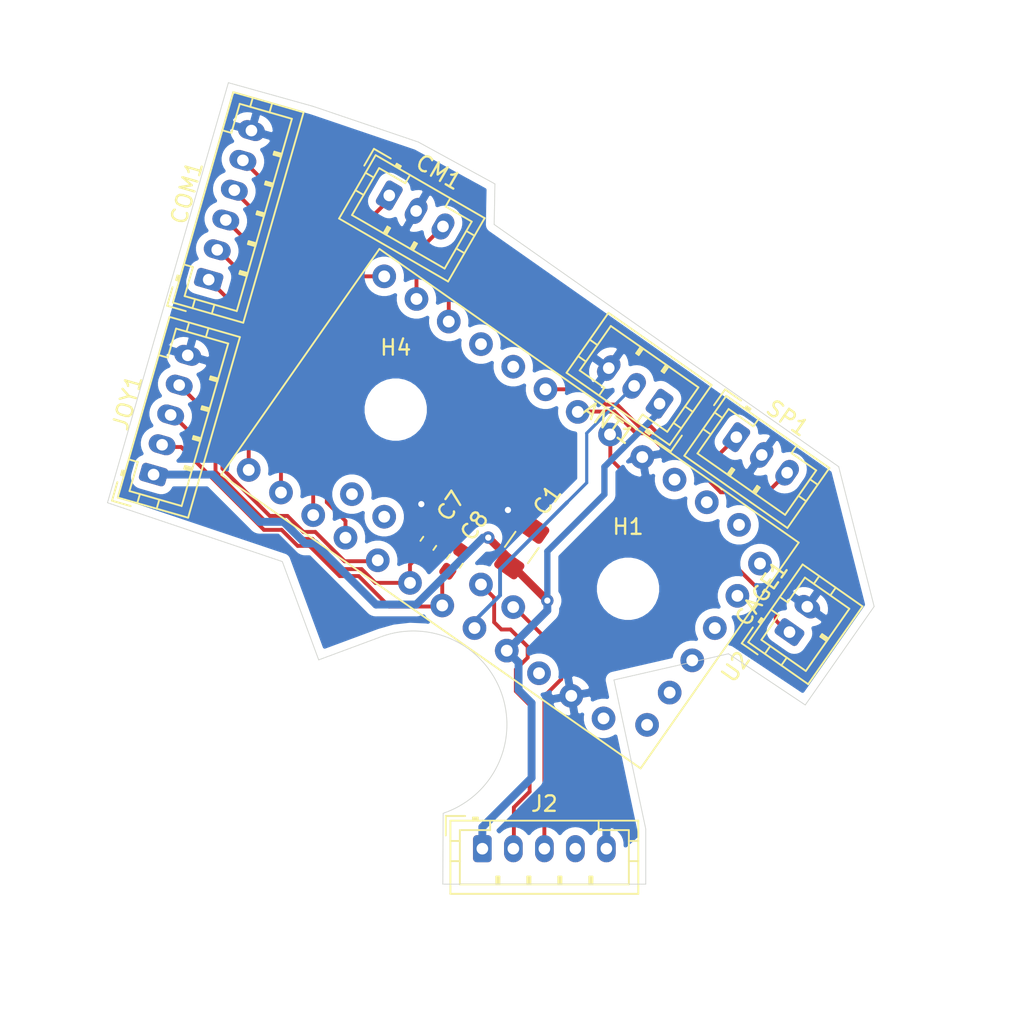
<source format=kicad_pcb>
(kicad_pcb (version 20171130) (host pcbnew "(5.1.6)-1")

  (general
    (thickness 1.6)
    (drawings 18)
    (tracks 147)
    (zones 0)
    (modules 13)
    (nets 35)
  )

  (page A4)
  (layers
    (0 F.Cu signal)
    (31 B.Cu signal)
    (32 B.Adhes user)
    (33 F.Adhes user)
    (34 B.Paste user)
    (35 F.Paste user)
    (36 B.SilkS user)
    (37 F.SilkS user)
    (38 B.Mask user)
    (39 F.Mask user)
    (40 Dwgs.User user)
    (41 Cmts.User user)
    (42 Eco1.User user)
    (43 Eco2.User user)
    (44 Edge.Cuts user)
    (45 Margin user)
    (46 B.CrtYd user)
    (47 F.CrtYd user)
    (48 B.Fab user)
    (49 F.Fab user)
  )

  (setup
    (last_trace_width 0.508)
    (user_trace_width 0.2032)
    (user_trace_width 0.4064)
    (user_trace_width 0.508)
    (trace_clearance 0.2)
    (zone_clearance 0.508)
    (zone_45_only no)
    (trace_min 0.2)
    (via_size 0.8)
    (via_drill 0.4)
    (via_min_size 0.4)
    (via_min_drill 0.3)
    (user_via 1 0.762)
    (uvia_size 0.3)
    (uvia_drill 0.1)
    (uvias_allowed no)
    (uvia_min_size 0.2)
    (uvia_min_drill 0.1)
    (edge_width 0.05)
    (segment_width 0.2)
    (pcb_text_width 0.3)
    (pcb_text_size 1.5 1.5)
    (mod_edge_width 0.12)
    (mod_text_size 1 1)
    (mod_text_width 0.15)
    (pad_size 1.524 1.524)
    (pad_drill 0.762)
    (pad_to_mask_clearance 0.05)
    (aux_axis_origin 0 0)
    (visible_elements 7FFFF7FF)
    (pcbplotparams
      (layerselection 0x010fc_ffffffff)
      (usegerberextensions false)
      (usegerberattributes true)
      (usegerberadvancedattributes true)
      (creategerberjobfile true)
      (excludeedgelayer true)
      (linewidth 0.100000)
      (plotframeref false)
      (viasonmask false)
      (mode 1)
      (useauxorigin false)
      (hpglpennumber 1)
      (hpglpenspeed 20)
      (hpglpendiameter 15.000000)
      (psnegative false)
      (psa4output false)
      (plotreference true)
      (plotvalue true)
      (plotinvisibletext false)
      (padsonsilk false)
      (subtractmaskfromsilk false)
      (outputformat 1)
      (mirror false)
      (drillshape 1)
      (scaleselection 1)
      (outputdirectory ""))
  )

  (net 0 "")
  (net 1 GND)
  (net 2 VCC)
  (net 3 /JOY_Y)
  (net 4 /JOY_X)
  (net 5 /SPARE)
  (net 6 /I2C_SCK)
  (net 7 /I2C_DATA)
  (net 8 /JOY_SW)
  (net 9 /PUSH)
  (net 10 /D)
  (net 11 /C)
  (net 12 /B)
  (net 13 /A)
  (net 14 /ANTENNA_ELEVATION)
  (net 15 /SPEEDBREAK_RETRACT)
  (net 16 /SPEEDBREAK_EXTEND)
  (net 17 /COUNTERMEASURES_AFT)
  (net 18 /COUNTERMEASURES_FWD)
  (net 19 /CAGE-UNCAGE)
  (net 20 "Net-(U2-Pad32)")
  (net 21 "Net-(U2-Pad31)")
  (net 22 "Net-(U2-Pad30)")
  (net 23 "Net-(U2-Pad29)")
  (net 24 "Net-(U2-Pad28)")
  (net 25 "Net-(U2-Pad27)")
  (net 26 "Net-(U2-Pad26)")
  (net 27 "Net-(U2-Pad25)")
  (net 28 "Net-(U2-Pad24)")
  (net 29 "Net-(U2-Pad22)")
  (net 30 "Net-(U2-Pad9)")
  (net 31 "Net-(U2-Pad8)")
  (net 32 "Net-(U2-Pad3)")
  (net 33 "Net-(U2-Pad2)")
  (net 34 "Net-(U2-Pad1)")

  (net_class Default "This is the default net class."
    (clearance 0.2)
    (trace_width 0.25)
    (via_dia 0.8)
    (via_drill 0.4)
    (uvia_dia 0.3)
    (uvia_drill 0.1)
    (add_net /A)
    (add_net /ANTENNA_ELEVATION)
    (add_net /B)
    (add_net /C)
    (add_net /CAGE-UNCAGE)
    (add_net /COUNTERMEASURES_AFT)
    (add_net /COUNTERMEASURES_FWD)
    (add_net /D)
    (add_net /I2C_DATA)
    (add_net /I2C_SCK)
    (add_net /JOY_SW)
    (add_net /JOY_X)
    (add_net /JOY_Y)
    (add_net /PUSH)
    (add_net /SPARE)
    (add_net /SPEEDBREAK_EXTEND)
    (add_net /SPEEDBREAK_RETRACT)
    (add_net GND)
    (add_net "Net-(U2-Pad1)")
    (add_net "Net-(U2-Pad2)")
    (add_net "Net-(U2-Pad22)")
    (add_net "Net-(U2-Pad24)")
    (add_net "Net-(U2-Pad25)")
    (add_net "Net-(U2-Pad26)")
    (add_net "Net-(U2-Pad27)")
    (add_net "Net-(U2-Pad28)")
    (add_net "Net-(U2-Pad29)")
    (add_net "Net-(U2-Pad3)")
    (add_net "Net-(U2-Pad30)")
    (add_net "Net-(U2-Pad31)")
    (add_net "Net-(U2-Pad32)")
    (add_net "Net-(U2-Pad8)")
    (add_net "Net-(U2-Pad9)")
    (add_net VCC)
  )

  (module Connector_JST:JST_PH_B6B-PH-K_1x06_P2.00mm_Vertical (layer F.Cu) (tedit 5B7745C2) (tstamp 5EDB3CB8)
    (at 76.962 95.631 74)
    (descr "JST PH series connector, B6B-PH-K (http://www.jst-mfg.com/product/pdf/eng/ePH.pdf), generated with kicad-footprint-generator")
    (tags "connector JST PH side entry")
    (path /5EDABCE7)
    (fp_text reference COM1 (at 5 -2.9 74) (layer F.SilkS)
      (effects (font (size 1 1) (thickness 0.15)))
    )
    (fp_text value COMS (at 5 4 74) (layer F.Fab)
      (effects (font (size 1 1) (thickness 0.15)))
    )
    (fp_line (start 12.45 -2.2) (end -2.45 -2.2) (layer F.CrtYd) (width 0.05))
    (fp_line (start 12.45 3.3) (end 12.45 -2.2) (layer F.CrtYd) (width 0.05))
    (fp_line (start -2.45 3.3) (end 12.45 3.3) (layer F.CrtYd) (width 0.05))
    (fp_line (start -2.45 -2.2) (end -2.45 3.3) (layer F.CrtYd) (width 0.05))
    (fp_line (start 11.95 -1.7) (end -1.95 -1.7) (layer F.Fab) (width 0.1))
    (fp_line (start 11.95 2.8) (end 11.95 -1.7) (layer F.Fab) (width 0.1))
    (fp_line (start -1.95 2.8) (end 11.95 2.8) (layer F.Fab) (width 0.1))
    (fp_line (start -1.95 -1.7) (end -1.95 2.8) (layer F.Fab) (width 0.1))
    (fp_line (start -2.36 -2.11) (end -2.36 -0.86) (layer F.Fab) (width 0.1))
    (fp_line (start -1.11 -2.11) (end -2.36 -2.11) (layer F.Fab) (width 0.1))
    (fp_line (start -2.36 -2.11) (end -2.36 -0.86) (layer F.SilkS) (width 0.12))
    (fp_line (start -1.11 -2.11) (end -2.36 -2.11) (layer F.SilkS) (width 0.12))
    (fp_line (start 9 2.3) (end 9 1.8) (layer F.SilkS) (width 0.12))
    (fp_line (start 9.1 1.8) (end 9.1 2.3) (layer F.SilkS) (width 0.12))
    (fp_line (start 8.9 1.8) (end 9.1 1.8) (layer F.SilkS) (width 0.12))
    (fp_line (start 8.9 2.3) (end 8.9 1.8) (layer F.SilkS) (width 0.12))
    (fp_line (start 7 2.3) (end 7 1.8) (layer F.SilkS) (width 0.12))
    (fp_line (start 7.1 1.8) (end 7.1 2.3) (layer F.SilkS) (width 0.12))
    (fp_line (start 6.9 1.8) (end 7.1 1.8) (layer F.SilkS) (width 0.12))
    (fp_line (start 6.9 2.3) (end 6.9 1.8) (layer F.SilkS) (width 0.12))
    (fp_line (start 5 2.3) (end 5 1.8) (layer F.SilkS) (width 0.12))
    (fp_line (start 5.1 1.8) (end 5.1 2.3) (layer F.SilkS) (width 0.12))
    (fp_line (start 4.9 1.8) (end 5.1 1.8) (layer F.SilkS) (width 0.12))
    (fp_line (start 4.9 2.3) (end 4.9 1.8) (layer F.SilkS) (width 0.12))
    (fp_line (start 3 2.3) (end 3 1.8) (layer F.SilkS) (width 0.12))
    (fp_line (start 3.1 1.8) (end 3.1 2.3) (layer F.SilkS) (width 0.12))
    (fp_line (start 2.9 1.8) (end 3.1 1.8) (layer F.SilkS) (width 0.12))
    (fp_line (start 2.9 2.3) (end 2.9 1.8) (layer F.SilkS) (width 0.12))
    (fp_line (start 1 2.3) (end 1 1.8) (layer F.SilkS) (width 0.12))
    (fp_line (start 1.1 1.8) (end 1.1 2.3) (layer F.SilkS) (width 0.12))
    (fp_line (start 0.9 1.8) (end 1.1 1.8) (layer F.SilkS) (width 0.12))
    (fp_line (start 0.9 2.3) (end 0.9 1.8) (layer F.SilkS) (width 0.12))
    (fp_line (start 12.06 0.8) (end 11.45 0.8) (layer F.SilkS) (width 0.12))
    (fp_line (start 12.06 -0.5) (end 11.45 -0.5) (layer F.SilkS) (width 0.12))
    (fp_line (start -2.06 0.8) (end -1.45 0.8) (layer F.SilkS) (width 0.12))
    (fp_line (start -2.06 -0.5) (end -1.45 -0.5) (layer F.SilkS) (width 0.12))
    (fp_line (start 9.5 -1.2) (end 9.5 -1.81) (layer F.SilkS) (width 0.12))
    (fp_line (start 11.45 -1.2) (end 9.5 -1.2) (layer F.SilkS) (width 0.12))
    (fp_line (start 11.45 2.3) (end 11.45 -1.2) (layer F.SilkS) (width 0.12))
    (fp_line (start -1.45 2.3) (end 11.45 2.3) (layer F.SilkS) (width 0.12))
    (fp_line (start -1.45 -1.2) (end -1.45 2.3) (layer F.SilkS) (width 0.12))
    (fp_line (start 0.5 -1.2) (end -1.45 -1.2) (layer F.SilkS) (width 0.12))
    (fp_line (start 0.5 -1.81) (end 0.5 -1.2) (layer F.SilkS) (width 0.12))
    (fp_line (start -0.3 -1.91) (end -0.6 -1.91) (layer F.SilkS) (width 0.12))
    (fp_line (start -0.6 -2.01) (end -0.6 -1.81) (layer F.SilkS) (width 0.12))
    (fp_line (start -0.3 -2.01) (end -0.6 -2.01) (layer F.SilkS) (width 0.12))
    (fp_line (start -0.3 -1.81) (end -0.3 -2.01) (layer F.SilkS) (width 0.12))
    (fp_line (start 12.06 -1.81) (end -2.06 -1.81) (layer F.SilkS) (width 0.12))
    (fp_line (start 12.06 2.91) (end 12.06 -1.81) (layer F.SilkS) (width 0.12))
    (fp_line (start -2.06 2.91) (end 12.06 2.91) (layer F.SilkS) (width 0.12))
    (fp_line (start -2.06 -1.81) (end -2.06 2.91) (layer F.SilkS) (width 0.12))
    (fp_text user %R (at 5 1.5 74) (layer F.Fab)
      (effects (font (size 1 1) (thickness 0.15)))
    )
    (pad 6 thru_hole oval (at 10 0 74) (size 1.2 1.75) (drill 0.75) (layers *.Cu *.Mask)
      (net 1 GND))
    (pad 5 thru_hole oval (at 8 0 74) (size 1.2 1.75) (drill 0.75) (layers *.Cu *.Mask)
      (net 9 /PUSH))
    (pad 4 thru_hole oval (at 6 0 74) (size 1.2 1.75) (drill 0.75) (layers *.Cu *.Mask)
      (net 10 /D))
    (pad 3 thru_hole oval (at 4 0 74) (size 1.2 1.75) (drill 0.75) (layers *.Cu *.Mask)
      (net 11 /C))
    (pad 2 thru_hole oval (at 2 0 74) (size 1.2 1.75) (drill 0.75) (layers *.Cu *.Mask)
      (net 12 /B))
    (pad 1 thru_hole roundrect (at 0 0 74) (size 1.2 1.75) (drill 0.75) (layers *.Cu *.Mask) (roundrect_rratio 0.208333)
      (net 13 /A))
    (model ${KISYS3DMOD}/Connector_JST.3dshapes/JST_PH_B6B-PH-K_1x06_P2.00mm_Vertical.wrl
      (at (xyz 0 0 0))
      (scale (xyz 1 1 1))
      (rotate (xyz 0 0 0))
    )
  )

  (module Connector_JST:JST_PH_B3B-PH-K_1x03_P2.00mm_Vertical (layer F.Cu) (tedit 5B7745C2) (tstamp 5ED87F3F)
    (at 110.998 105.791 325)
    (descr "JST PH series connector, B3B-PH-K (http://www.jst-mfg.com/product/pdf/eng/ePH.pdf), generated with kicad-footprint-generator")
    (tags "connector JST PH side entry")
    (path /5EDAEEF1)
    (fp_text reference SP1 (at 2 -2.9 145) (layer F.SilkS)
      (effects (font (size 1 1) (thickness 0.15)))
    )
    (fp_text value Conn_01x03 (at 2 4 145) (layer F.Fab)
      (effects (font (size 1 1) (thickness 0.15)))
    )
    (fp_line (start 6.45 -2.2) (end -2.45 -2.2) (layer F.CrtYd) (width 0.05))
    (fp_line (start 6.45 3.3) (end 6.45 -2.2) (layer F.CrtYd) (width 0.05))
    (fp_line (start -2.45 3.3) (end 6.45 3.3) (layer F.CrtYd) (width 0.05))
    (fp_line (start -2.45 -2.2) (end -2.45 3.3) (layer F.CrtYd) (width 0.05))
    (fp_line (start 5.95 -1.7) (end -1.95 -1.7) (layer F.Fab) (width 0.1))
    (fp_line (start 5.95 2.8) (end 5.95 -1.7) (layer F.Fab) (width 0.1))
    (fp_line (start -1.95 2.8) (end 5.95 2.8) (layer F.Fab) (width 0.1))
    (fp_line (start -1.95 -1.7) (end -1.95 2.8) (layer F.Fab) (width 0.1))
    (fp_line (start -2.36 -2.11) (end -2.36 -0.86) (layer F.Fab) (width 0.1))
    (fp_line (start -1.11 -2.11) (end -2.36 -2.11) (layer F.Fab) (width 0.1))
    (fp_line (start -2.36 -2.11) (end -2.36 -0.86) (layer F.SilkS) (width 0.12))
    (fp_line (start -1.11 -2.11) (end -2.36 -2.11) (layer F.SilkS) (width 0.12))
    (fp_line (start 3 2.3) (end 3 1.8) (layer F.SilkS) (width 0.12))
    (fp_line (start 3.1 1.8) (end 3.1 2.3) (layer F.SilkS) (width 0.12))
    (fp_line (start 2.9 1.8) (end 3.1 1.8) (layer F.SilkS) (width 0.12))
    (fp_line (start 2.9 2.3) (end 2.9 1.8) (layer F.SilkS) (width 0.12))
    (fp_line (start 1 2.3) (end 1 1.8) (layer F.SilkS) (width 0.12))
    (fp_line (start 1.1 1.8) (end 1.1 2.3) (layer F.SilkS) (width 0.12))
    (fp_line (start 0.9 1.8) (end 1.1 1.8) (layer F.SilkS) (width 0.12))
    (fp_line (start 0.9 2.3) (end 0.9 1.8) (layer F.SilkS) (width 0.12))
    (fp_line (start 6.06 0.8) (end 5.45 0.8) (layer F.SilkS) (width 0.12))
    (fp_line (start 6.06 -0.5) (end 5.45 -0.5) (layer F.SilkS) (width 0.12))
    (fp_line (start -2.06 0.8) (end -1.45 0.8) (layer F.SilkS) (width 0.12))
    (fp_line (start -2.06 -0.5) (end -1.45 -0.5) (layer F.SilkS) (width 0.12))
    (fp_line (start 3.5 -1.2) (end 3.5 -1.81) (layer F.SilkS) (width 0.12))
    (fp_line (start 5.45 -1.2) (end 3.5 -1.2) (layer F.SilkS) (width 0.12))
    (fp_line (start 5.45 2.3) (end 5.45 -1.2) (layer F.SilkS) (width 0.12))
    (fp_line (start -1.45 2.3) (end 5.45 2.3) (layer F.SilkS) (width 0.12))
    (fp_line (start -1.45 -1.2) (end -1.45 2.3) (layer F.SilkS) (width 0.12))
    (fp_line (start 0.5 -1.2) (end -1.45 -1.2) (layer F.SilkS) (width 0.12))
    (fp_line (start 0.5 -1.81) (end 0.5 -1.2) (layer F.SilkS) (width 0.12))
    (fp_line (start -0.3 -1.91) (end -0.6 -1.91) (layer F.SilkS) (width 0.12))
    (fp_line (start -0.6 -2.01) (end -0.6 -1.81) (layer F.SilkS) (width 0.12))
    (fp_line (start -0.3 -2.01) (end -0.6 -2.01) (layer F.SilkS) (width 0.12))
    (fp_line (start -0.3 -1.81) (end -0.3 -2.01) (layer F.SilkS) (width 0.12))
    (fp_line (start 6.06 -1.81) (end -2.06 -1.81) (layer F.SilkS) (width 0.12))
    (fp_line (start 6.06 2.91) (end 6.06 -1.81) (layer F.SilkS) (width 0.12))
    (fp_line (start -2.06 2.91) (end 6.06 2.91) (layer F.SilkS) (width 0.12))
    (fp_line (start -2.06 -1.81) (end -2.06 2.91) (layer F.SilkS) (width 0.12))
    (fp_text user %R (at 2 1.5 145) (layer F.Fab)
      (effects (font (size 1 1) (thickness 0.15)))
    )
    (pad 3 thru_hole oval (at 4 0 325) (size 1.2 1.75) (drill 0.75) (layers *.Cu *.Mask)
      (net 15 /SPEEDBREAK_RETRACT))
    (pad 2 thru_hole oval (at 2 0 325) (size 1.2 1.75) (drill 0.75) (layers *.Cu *.Mask)
      (net 1 GND))
    (pad 1 thru_hole roundrect (at 0 0 325) (size 1.2 1.75) (drill 0.75) (layers *.Cu *.Mask) (roundrect_rratio 0.208333)
      (net 16 /SPEEDBREAK_EXTEND))
    (model ${KISYS3DMOD}/Connector_JST.3dshapes/JST_PH_B3B-PH-K_1x03_P2.00mm_Vertical.wrl
      (at (xyz 0 0 0))
      (scale (xyz 1 1 1))
      (rotate (xyz 0 0 0))
    )
  )

  (module Connector_JST:JST_PH_B3B-PH-K_1x03_P2.00mm_Vertical (layer F.Cu) (tedit 5B7745C2) (tstamp 5ED83A11)
    (at 88.610898 90.202 330)
    (descr "JST PH series connector, B3B-PH-K (http://www.jst-mfg.com/product/pdf/eng/ePH.pdf), generated with kicad-footprint-generator")
    (tags "connector JST PH side entry")
    (path /5EDAF252)
    (fp_text reference CM1 (at 2 -2.9 150) (layer F.SilkS)
      (effects (font (size 1 1) (thickness 0.15)))
    )
    (fp_text value Conn_01x03 (at 2 4 150) (layer F.Fab)
      (effects (font (size 1 1) (thickness 0.15)))
    )
    (fp_line (start 6.45 -2.2) (end -2.45 -2.2) (layer F.CrtYd) (width 0.05))
    (fp_line (start 6.45 3.3) (end 6.45 -2.2) (layer F.CrtYd) (width 0.05))
    (fp_line (start -2.45 3.3) (end 6.45 3.3) (layer F.CrtYd) (width 0.05))
    (fp_line (start -2.45 -2.2) (end -2.45 3.3) (layer F.CrtYd) (width 0.05))
    (fp_line (start 5.95 -1.7) (end -1.95 -1.7) (layer F.Fab) (width 0.1))
    (fp_line (start 5.95 2.8) (end 5.95 -1.7) (layer F.Fab) (width 0.1))
    (fp_line (start -1.95 2.8) (end 5.95 2.8) (layer F.Fab) (width 0.1))
    (fp_line (start -1.95 -1.7) (end -1.95 2.8) (layer F.Fab) (width 0.1))
    (fp_line (start -2.36 -2.11) (end -2.36 -0.86) (layer F.Fab) (width 0.1))
    (fp_line (start -1.11 -2.11) (end -2.36 -2.11) (layer F.Fab) (width 0.1))
    (fp_line (start -2.36 -2.11) (end -2.36 -0.86) (layer F.SilkS) (width 0.12))
    (fp_line (start -1.11 -2.11) (end -2.36 -2.11) (layer F.SilkS) (width 0.12))
    (fp_line (start 3 2.3) (end 3 1.8) (layer F.SilkS) (width 0.12))
    (fp_line (start 3.1 1.8) (end 3.1 2.3) (layer F.SilkS) (width 0.12))
    (fp_line (start 2.9 1.8) (end 3.1 1.8) (layer F.SilkS) (width 0.12))
    (fp_line (start 2.9 2.3) (end 2.9 1.8) (layer F.SilkS) (width 0.12))
    (fp_line (start 1 2.3) (end 1 1.8) (layer F.SilkS) (width 0.12))
    (fp_line (start 1.1 1.8) (end 1.1 2.3) (layer F.SilkS) (width 0.12))
    (fp_line (start 0.9 1.8) (end 1.1 1.8) (layer F.SilkS) (width 0.12))
    (fp_line (start 0.9 2.3) (end 0.9 1.8) (layer F.SilkS) (width 0.12))
    (fp_line (start 6.06 0.8) (end 5.45 0.8) (layer F.SilkS) (width 0.12))
    (fp_line (start 6.06 -0.5) (end 5.45 -0.5) (layer F.SilkS) (width 0.12))
    (fp_line (start -2.06 0.8) (end -1.45 0.8) (layer F.SilkS) (width 0.12))
    (fp_line (start -2.06 -0.5) (end -1.45 -0.5) (layer F.SilkS) (width 0.12))
    (fp_line (start 3.5 -1.2) (end 3.5 -1.81) (layer F.SilkS) (width 0.12))
    (fp_line (start 5.45 -1.2) (end 3.5 -1.2) (layer F.SilkS) (width 0.12))
    (fp_line (start 5.45 2.3) (end 5.45 -1.2) (layer F.SilkS) (width 0.12))
    (fp_line (start -1.45 2.3) (end 5.45 2.3) (layer F.SilkS) (width 0.12))
    (fp_line (start -1.45 -1.2) (end -1.45 2.3) (layer F.SilkS) (width 0.12))
    (fp_line (start 0.5 -1.2) (end -1.45 -1.2) (layer F.SilkS) (width 0.12))
    (fp_line (start 0.5 -1.81) (end 0.5 -1.2) (layer F.SilkS) (width 0.12))
    (fp_line (start -0.3 -1.91) (end -0.6 -1.91) (layer F.SilkS) (width 0.12))
    (fp_line (start -0.6 -2.01) (end -0.6 -1.81) (layer F.SilkS) (width 0.12))
    (fp_line (start -0.3 -2.01) (end -0.6 -2.01) (layer F.SilkS) (width 0.12))
    (fp_line (start -0.3 -1.81) (end -0.3 -2.01) (layer F.SilkS) (width 0.12))
    (fp_line (start 6.06 -1.81) (end -2.06 -1.81) (layer F.SilkS) (width 0.12))
    (fp_line (start 6.06 2.91) (end 6.06 -1.81) (layer F.SilkS) (width 0.12))
    (fp_line (start -2.06 2.91) (end 6.06 2.91) (layer F.SilkS) (width 0.12))
    (fp_line (start -2.06 -1.81) (end -2.06 2.91) (layer F.SilkS) (width 0.12))
    (fp_text user %R (at 2 1.5 150) (layer F.Fab)
      (effects (font (size 1 1) (thickness 0.15)))
    )
    (pad 3 thru_hole oval (at 4 0 330) (size 1.2 1.75) (drill 0.75) (layers *.Cu *.Mask)
      (net 17 /COUNTERMEASURES_AFT))
    (pad 2 thru_hole oval (at 2 0 330) (size 1.2 1.75) (drill 0.75) (layers *.Cu *.Mask)
      (net 1 GND))
    (pad 1 thru_hole roundrect (at 0 0 330) (size 1.2 1.75) (drill 0.75) (layers *.Cu *.Mask) (roundrect_rratio 0.208333)
      (net 18 /COUNTERMEASURES_FWD))
    (model ${KISYS3DMOD}/Connector_JST.3dshapes/JST_PH_B3B-PH-K_1x03_P2.00mm_Vertical.wrl
      (at (xyz 0 0 0))
      (scale (xyz 1 1 1))
      (rotate (xyz 0 0 0))
    )
  )

  (module Connector_JST:JST_PH_B5B-PH-K_1x05_P2.00mm_Vertical (layer F.Cu) (tedit 5B7745C2) (tstamp 5ED83883)
    (at 73.406 108.204 74)
    (descr "JST PH series connector, B5B-PH-K (http://www.jst-mfg.com/product/pdf/eng/ePH.pdf), generated with kicad-footprint-generator")
    (tags "connector JST PH side entry")
    (path /5EDA90BE)
    (fp_text reference JOY1 (at 4 -2.9 74) (layer F.SilkS)
      (effects (font (size 1 1) (thickness 0.15)))
    )
    (fp_text value JOYSTICK (at 4 4 74) (layer F.Fab)
      (effects (font (size 1 1) (thickness 0.15)))
    )
    (fp_line (start 10.45 -2.2) (end -2.45 -2.2) (layer F.CrtYd) (width 0.05))
    (fp_line (start 10.45 3.3) (end 10.45 -2.2) (layer F.CrtYd) (width 0.05))
    (fp_line (start -2.45 3.3) (end 10.45 3.3) (layer F.CrtYd) (width 0.05))
    (fp_line (start -2.45 -2.2) (end -2.45 3.3) (layer F.CrtYd) (width 0.05))
    (fp_line (start 9.95 -1.7) (end -1.95 -1.7) (layer F.Fab) (width 0.1))
    (fp_line (start 9.95 2.8) (end 9.95 -1.7) (layer F.Fab) (width 0.1))
    (fp_line (start -1.95 2.8) (end 9.95 2.8) (layer F.Fab) (width 0.1))
    (fp_line (start -1.95 -1.7) (end -1.95 2.8) (layer F.Fab) (width 0.1))
    (fp_line (start -2.36 -2.11) (end -2.36 -0.86) (layer F.Fab) (width 0.1))
    (fp_line (start -1.11 -2.11) (end -2.36 -2.11) (layer F.Fab) (width 0.1))
    (fp_line (start -2.36 -2.11) (end -2.36 -0.86) (layer F.SilkS) (width 0.12))
    (fp_line (start -1.11 -2.11) (end -2.36 -2.11) (layer F.SilkS) (width 0.12))
    (fp_line (start 7 2.3) (end 7 1.8) (layer F.SilkS) (width 0.12))
    (fp_line (start 7.1 1.8) (end 7.1 2.3) (layer F.SilkS) (width 0.12))
    (fp_line (start 6.9 1.8) (end 7.1 1.8) (layer F.SilkS) (width 0.12))
    (fp_line (start 6.9 2.3) (end 6.9 1.8) (layer F.SilkS) (width 0.12))
    (fp_line (start 5 2.3) (end 5 1.8) (layer F.SilkS) (width 0.12))
    (fp_line (start 5.1 1.8) (end 5.1 2.3) (layer F.SilkS) (width 0.12))
    (fp_line (start 4.9 1.8) (end 5.1 1.8) (layer F.SilkS) (width 0.12))
    (fp_line (start 4.9 2.3) (end 4.9 1.8) (layer F.SilkS) (width 0.12))
    (fp_line (start 3 2.3) (end 3 1.8) (layer F.SilkS) (width 0.12))
    (fp_line (start 3.1 1.8) (end 3.1 2.3) (layer F.SilkS) (width 0.12))
    (fp_line (start 2.9 1.8) (end 3.1 1.8) (layer F.SilkS) (width 0.12))
    (fp_line (start 2.9 2.3) (end 2.9 1.8) (layer F.SilkS) (width 0.12))
    (fp_line (start 1 2.3) (end 1 1.8) (layer F.SilkS) (width 0.12))
    (fp_line (start 1.1 1.8) (end 1.1 2.3) (layer F.SilkS) (width 0.12))
    (fp_line (start 0.9 1.8) (end 1.1 1.8) (layer F.SilkS) (width 0.12))
    (fp_line (start 0.9 2.3) (end 0.9 1.8) (layer F.SilkS) (width 0.12))
    (fp_line (start 10.06 0.8) (end 9.45 0.8) (layer F.SilkS) (width 0.12))
    (fp_line (start 10.06 -0.5) (end 9.45 -0.5) (layer F.SilkS) (width 0.12))
    (fp_line (start -2.06 0.8) (end -1.45 0.8) (layer F.SilkS) (width 0.12))
    (fp_line (start -2.06 -0.5) (end -1.45 -0.5) (layer F.SilkS) (width 0.12))
    (fp_line (start 7.5 -1.2) (end 7.5 -1.81) (layer F.SilkS) (width 0.12))
    (fp_line (start 9.45 -1.2) (end 7.5 -1.2) (layer F.SilkS) (width 0.12))
    (fp_line (start 9.45 2.3) (end 9.45 -1.2) (layer F.SilkS) (width 0.12))
    (fp_line (start -1.45 2.3) (end 9.45 2.3) (layer F.SilkS) (width 0.12))
    (fp_line (start -1.45 -1.2) (end -1.45 2.3) (layer F.SilkS) (width 0.12))
    (fp_line (start 0.5 -1.2) (end -1.45 -1.2) (layer F.SilkS) (width 0.12))
    (fp_line (start 0.5 -1.81) (end 0.5 -1.2) (layer F.SilkS) (width 0.12))
    (fp_line (start -0.3 -1.91) (end -0.6 -1.91) (layer F.SilkS) (width 0.12))
    (fp_line (start -0.6 -2.01) (end -0.6 -1.81) (layer F.SilkS) (width 0.12))
    (fp_line (start -0.3 -2.01) (end -0.6 -2.01) (layer F.SilkS) (width 0.12))
    (fp_line (start -0.3 -1.81) (end -0.3 -2.01) (layer F.SilkS) (width 0.12))
    (fp_line (start 10.06 -1.81) (end -2.06 -1.81) (layer F.SilkS) (width 0.12))
    (fp_line (start 10.06 2.91) (end 10.06 -1.81) (layer F.SilkS) (width 0.12))
    (fp_line (start -2.06 2.91) (end 10.06 2.91) (layer F.SilkS) (width 0.12))
    (fp_line (start -2.06 -1.81) (end -2.06 2.91) (layer F.SilkS) (width 0.12))
    (fp_text user %R (at 4 1.5 74) (layer F.Fab)
      (effects (font (size 1 1) (thickness 0.15)))
    )
    (pad 5 thru_hole oval (at 8 0 74) (size 1.2 1.75) (drill 0.75) (layers *.Cu *.Mask)
      (net 1 GND))
    (pad 4 thru_hole oval (at 6 0 74) (size 1.2 1.75) (drill 0.75) (layers *.Cu *.Mask)
      (net 8 /JOY_SW))
    (pad 3 thru_hole oval (at 4 0 74) (size 1.2 1.75) (drill 0.75) (layers *.Cu *.Mask)
      (net 3 /JOY_Y))
    (pad 2 thru_hole oval (at 2 0 74) (size 1.2 1.75) (drill 0.75) (layers *.Cu *.Mask)
      (net 4 /JOY_X))
    (pad 1 thru_hole roundrect (at 0 0 74) (size 1.2 1.75) (drill 0.75) (layers *.Cu *.Mask) (roundrect_rratio 0.208333)
      (net 2 VCC))
    (model ${KISYS3DMOD}/Connector_JST.3dshapes/JST_PH_B5B-PH-K_1x05_P2.00mm_Vertical.wrl
      (at (xyz 0 0 0))
      (scale (xyz 1 1 1))
      (rotate (xyz 0 0 0))
    )
  )

  (module Connector_JST:JST_PH_B5B-PH-K_1x05_P2.00mm_Vertical (layer F.Cu) (tedit 5B7745C2) (tstamp 5ED83787)
    (at 94.615 132.334)
    (descr "JST PH series connector, B5B-PH-K (http://www.jst-mfg.com/product/pdf/eng/ePH.pdf), generated with kicad-footprint-generator")
    (tags "connector JST PH side entry")
    (path /5EDDFD5D)
    (fp_text reference J2 (at 4 -2.9) (layer F.SilkS)
      (effects (font (size 1 1) (thickness 0.15)))
    )
    (fp_text value BASE (at 4 4) (layer F.Fab)
      (effects (font (size 1 1) (thickness 0.15)))
    )
    (fp_line (start 10.45 -2.2) (end -2.45 -2.2) (layer F.CrtYd) (width 0.05))
    (fp_line (start 10.45 3.3) (end 10.45 -2.2) (layer F.CrtYd) (width 0.05))
    (fp_line (start -2.45 3.3) (end 10.45 3.3) (layer F.CrtYd) (width 0.05))
    (fp_line (start -2.45 -2.2) (end -2.45 3.3) (layer F.CrtYd) (width 0.05))
    (fp_line (start 9.95 -1.7) (end -1.95 -1.7) (layer F.Fab) (width 0.1))
    (fp_line (start 9.95 2.8) (end 9.95 -1.7) (layer F.Fab) (width 0.1))
    (fp_line (start -1.95 2.8) (end 9.95 2.8) (layer F.Fab) (width 0.1))
    (fp_line (start -1.95 -1.7) (end -1.95 2.8) (layer F.Fab) (width 0.1))
    (fp_line (start -2.36 -2.11) (end -2.36 -0.86) (layer F.Fab) (width 0.1))
    (fp_line (start -1.11 -2.11) (end -2.36 -2.11) (layer F.Fab) (width 0.1))
    (fp_line (start -2.36 -2.11) (end -2.36 -0.86) (layer F.SilkS) (width 0.12))
    (fp_line (start -1.11 -2.11) (end -2.36 -2.11) (layer F.SilkS) (width 0.12))
    (fp_line (start 7 2.3) (end 7 1.8) (layer F.SilkS) (width 0.12))
    (fp_line (start 7.1 1.8) (end 7.1 2.3) (layer F.SilkS) (width 0.12))
    (fp_line (start 6.9 1.8) (end 7.1 1.8) (layer F.SilkS) (width 0.12))
    (fp_line (start 6.9 2.3) (end 6.9 1.8) (layer F.SilkS) (width 0.12))
    (fp_line (start 5 2.3) (end 5 1.8) (layer F.SilkS) (width 0.12))
    (fp_line (start 5.1 1.8) (end 5.1 2.3) (layer F.SilkS) (width 0.12))
    (fp_line (start 4.9 1.8) (end 5.1 1.8) (layer F.SilkS) (width 0.12))
    (fp_line (start 4.9 2.3) (end 4.9 1.8) (layer F.SilkS) (width 0.12))
    (fp_line (start 3 2.3) (end 3 1.8) (layer F.SilkS) (width 0.12))
    (fp_line (start 3.1 1.8) (end 3.1 2.3) (layer F.SilkS) (width 0.12))
    (fp_line (start 2.9 1.8) (end 3.1 1.8) (layer F.SilkS) (width 0.12))
    (fp_line (start 2.9 2.3) (end 2.9 1.8) (layer F.SilkS) (width 0.12))
    (fp_line (start 1 2.3) (end 1 1.8) (layer F.SilkS) (width 0.12))
    (fp_line (start 1.1 1.8) (end 1.1 2.3) (layer F.SilkS) (width 0.12))
    (fp_line (start 0.9 1.8) (end 1.1 1.8) (layer F.SilkS) (width 0.12))
    (fp_line (start 0.9 2.3) (end 0.9 1.8) (layer F.SilkS) (width 0.12))
    (fp_line (start 10.06 0.8) (end 9.45 0.8) (layer F.SilkS) (width 0.12))
    (fp_line (start 10.06 -0.5) (end 9.45 -0.5) (layer F.SilkS) (width 0.12))
    (fp_line (start -2.06 0.8) (end -1.45 0.8) (layer F.SilkS) (width 0.12))
    (fp_line (start -2.06 -0.5) (end -1.45 -0.5) (layer F.SilkS) (width 0.12))
    (fp_line (start 7.5 -1.2) (end 7.5 -1.81) (layer F.SilkS) (width 0.12))
    (fp_line (start 9.45 -1.2) (end 7.5 -1.2) (layer F.SilkS) (width 0.12))
    (fp_line (start 9.45 2.3) (end 9.45 -1.2) (layer F.SilkS) (width 0.12))
    (fp_line (start -1.45 2.3) (end 9.45 2.3) (layer F.SilkS) (width 0.12))
    (fp_line (start -1.45 -1.2) (end -1.45 2.3) (layer F.SilkS) (width 0.12))
    (fp_line (start 0.5 -1.2) (end -1.45 -1.2) (layer F.SilkS) (width 0.12))
    (fp_line (start 0.5 -1.81) (end 0.5 -1.2) (layer F.SilkS) (width 0.12))
    (fp_line (start -0.3 -1.91) (end -0.6 -1.91) (layer F.SilkS) (width 0.12))
    (fp_line (start -0.6 -2.01) (end -0.6 -1.81) (layer F.SilkS) (width 0.12))
    (fp_line (start -0.3 -2.01) (end -0.6 -2.01) (layer F.SilkS) (width 0.12))
    (fp_line (start -0.3 -1.81) (end -0.3 -2.01) (layer F.SilkS) (width 0.12))
    (fp_line (start 10.06 -1.81) (end -2.06 -1.81) (layer F.SilkS) (width 0.12))
    (fp_line (start 10.06 2.91) (end 10.06 -1.81) (layer F.SilkS) (width 0.12))
    (fp_line (start -2.06 2.91) (end 10.06 2.91) (layer F.SilkS) (width 0.12))
    (fp_line (start -2.06 -1.81) (end -2.06 2.91) (layer F.SilkS) (width 0.12))
    (fp_text user %R (at 4 1.5) (layer F.Fab)
      (effects (font (size 1 1) (thickness 0.15)))
    )
    (pad 5 thru_hole oval (at 8 0) (size 1.2 1.75) (drill 0.75) (layers *.Cu *.Mask)
      (net 1 GND))
    (pad 4 thru_hole oval (at 6 0) (size 1.2 1.75) (drill 0.75) (layers *.Cu *.Mask)
      (net 5 /SPARE))
    (pad 3 thru_hole oval (at 4 0) (size 1.2 1.75) (drill 0.75) (layers *.Cu *.Mask)
      (net 6 /I2C_SCK))
    (pad 2 thru_hole oval (at 2 0) (size 1.2 1.75) (drill 0.75) (layers *.Cu *.Mask)
      (net 7 /I2C_DATA))
    (pad 1 thru_hole roundrect (at 0 0) (size 1.2 1.75) (drill 0.75) (layers *.Cu *.Mask) (roundrect_rratio 0.208333)
      (net 2 VCC))
    (model ${KISYS3DMOD}/Connector_JST.3dshapes/JST_PH_B5B-PH-K_1x05_P2.00mm_Vertical.wrl
      (at (xyz 0 0 0))
      (scale (xyz 1 1 1))
      (rotate (xyz 0 0 0))
    )
  )

  (module Connector_JST:JST_PH_B2B-PH-K_1x02_P2.00mm_Vertical (layer F.Cu) (tedit 5B7745C2) (tstamp 5ED84F07)
    (at 114.427 118.364 55)
    (descr "JST PH series connector, B2B-PH-K (http://www.jst-mfg.com/product/pdf/eng/ePH.pdf), generated with kicad-footprint-generator")
    (tags "connector JST PH side entry")
    (path /5EDB064C)
    (fp_text reference CAGE1 (at 1 -2.9 55) (layer F.SilkS)
      (effects (font (size 1 1) (thickness 0.15)))
    )
    (fp_text value Conn_01x02 (at 1 4 55) (layer F.Fab)
      (effects (font (size 1 1) (thickness 0.15)))
    )
    (fp_line (start 4.45 -2.2) (end -2.45 -2.2) (layer F.CrtYd) (width 0.05))
    (fp_line (start 4.45 3.3) (end 4.45 -2.2) (layer F.CrtYd) (width 0.05))
    (fp_line (start -2.45 3.3) (end 4.45 3.3) (layer F.CrtYd) (width 0.05))
    (fp_line (start -2.45 -2.2) (end -2.45 3.3) (layer F.CrtYd) (width 0.05))
    (fp_line (start 3.95 -1.7) (end -1.95 -1.7) (layer F.Fab) (width 0.1))
    (fp_line (start 3.95 2.8) (end 3.95 -1.7) (layer F.Fab) (width 0.1))
    (fp_line (start -1.95 2.8) (end 3.95 2.8) (layer F.Fab) (width 0.1))
    (fp_line (start -1.95 -1.7) (end -1.95 2.8) (layer F.Fab) (width 0.1))
    (fp_line (start -2.36 -2.11) (end -2.36 -0.86) (layer F.Fab) (width 0.1))
    (fp_line (start -1.11 -2.11) (end -2.36 -2.11) (layer F.Fab) (width 0.1))
    (fp_line (start -2.36 -2.11) (end -2.36 -0.86) (layer F.SilkS) (width 0.12))
    (fp_line (start -1.11 -2.11) (end -2.36 -2.11) (layer F.SilkS) (width 0.12))
    (fp_line (start 1 2.3) (end 1 1.8) (layer F.SilkS) (width 0.12))
    (fp_line (start 1.1 1.8) (end 1.1 2.3) (layer F.SilkS) (width 0.12))
    (fp_line (start 0.9 1.8) (end 1.1 1.8) (layer F.SilkS) (width 0.12))
    (fp_line (start 0.9 2.3) (end 0.9 1.8) (layer F.SilkS) (width 0.12))
    (fp_line (start 4.06 0.8) (end 3.45 0.8) (layer F.SilkS) (width 0.12))
    (fp_line (start 4.06 -0.5) (end 3.45 -0.5) (layer F.SilkS) (width 0.12))
    (fp_line (start -2.06 0.8) (end -1.45 0.8) (layer F.SilkS) (width 0.12))
    (fp_line (start -2.06 -0.5) (end -1.45 -0.5) (layer F.SilkS) (width 0.12))
    (fp_line (start 1.5 -1.2) (end 1.5 -1.81) (layer F.SilkS) (width 0.12))
    (fp_line (start 3.45 -1.2) (end 1.5 -1.2) (layer F.SilkS) (width 0.12))
    (fp_line (start 3.45 2.3) (end 3.45 -1.2) (layer F.SilkS) (width 0.12))
    (fp_line (start -1.45 2.3) (end 3.45 2.3) (layer F.SilkS) (width 0.12))
    (fp_line (start -1.45 -1.2) (end -1.45 2.3) (layer F.SilkS) (width 0.12))
    (fp_line (start 0.5 -1.2) (end -1.45 -1.2) (layer F.SilkS) (width 0.12))
    (fp_line (start 0.5 -1.81) (end 0.5 -1.2) (layer F.SilkS) (width 0.12))
    (fp_line (start -0.3 -1.91) (end -0.6 -1.91) (layer F.SilkS) (width 0.12))
    (fp_line (start -0.6 -2.01) (end -0.6 -1.81) (layer F.SilkS) (width 0.12))
    (fp_line (start -0.3 -2.01) (end -0.6 -2.01) (layer F.SilkS) (width 0.12))
    (fp_line (start -0.3 -1.81) (end -0.3 -2.01) (layer F.SilkS) (width 0.12))
    (fp_line (start 4.06 -1.81) (end -2.06 -1.81) (layer F.SilkS) (width 0.12))
    (fp_line (start 4.06 2.91) (end 4.06 -1.81) (layer F.SilkS) (width 0.12))
    (fp_line (start -2.06 2.91) (end 4.06 2.91) (layer F.SilkS) (width 0.12))
    (fp_line (start -2.06 -1.81) (end -2.06 2.91) (layer F.SilkS) (width 0.12))
    (fp_text user %R (at 1 1.5 55) (layer F.Fab)
      (effects (font (size 1 1) (thickness 0.15)))
    )
    (pad 2 thru_hole oval (at 2 0 55) (size 1.2 1.75) (drill 0.75) (layers *.Cu *.Mask)
      (net 1 GND))
    (pad 1 thru_hole roundrect (at 0 0 55) (size 1.2 1.75) (drill 0.75) (layers *.Cu *.Mask) (roundrect_rratio 0.208333)
      (net 19 /CAGE-UNCAGE))
    (model ${KISYS3DMOD}/Connector_JST.3dshapes/JST_PH_B2B-PH-K_1x02_P2.00mm_Vertical.wrl
      (at (xyz 0 0 0))
      (scale (xyz 1 1 1))
      (rotate (xyz 0 0 0))
    )
  )

  (module Connector_JST:JST_PH_B3B-PH-K_1x03_P2.00mm_Vertical (layer F.Cu) (tedit 5B7745C2) (tstamp 5ED839A2)
    (at 106.045 103.632 145)
    (descr "JST PH series connector, B3B-PH-K (http://www.jst-mfg.com/product/pdf/eng/ePH.pdf), generated with kicad-footprint-generator")
    (tags "connector JST PH side entry")
    (path /5EDAAC86)
    (fp_text reference ANT1 (at 2 -2.9 145) (layer F.SilkS)
      (effects (font (size 1 1) (thickness 0.15)))
    )
    (fp_text value Conn_01x03 (at 2 4 145) (layer F.Fab)
      (effects (font (size 1 1) (thickness 0.15)))
    )
    (fp_line (start 6.45 -2.2) (end -2.45 -2.2) (layer F.CrtYd) (width 0.05))
    (fp_line (start 6.45 3.3) (end 6.45 -2.2) (layer F.CrtYd) (width 0.05))
    (fp_line (start -2.45 3.3) (end 6.45 3.3) (layer F.CrtYd) (width 0.05))
    (fp_line (start -2.45 -2.2) (end -2.45 3.3) (layer F.CrtYd) (width 0.05))
    (fp_line (start 5.95 -1.7) (end -1.95 -1.7) (layer F.Fab) (width 0.1))
    (fp_line (start 5.95 2.8) (end 5.95 -1.7) (layer F.Fab) (width 0.1))
    (fp_line (start -1.95 2.8) (end 5.95 2.8) (layer F.Fab) (width 0.1))
    (fp_line (start -1.95 -1.7) (end -1.95 2.8) (layer F.Fab) (width 0.1))
    (fp_line (start -2.36 -2.11) (end -2.36 -0.86) (layer F.Fab) (width 0.1))
    (fp_line (start -1.11 -2.11) (end -2.36 -2.11) (layer F.Fab) (width 0.1))
    (fp_line (start -2.36 -2.11) (end -2.36 -0.86) (layer F.SilkS) (width 0.12))
    (fp_line (start -1.11 -2.11) (end -2.36 -2.11) (layer F.SilkS) (width 0.12))
    (fp_line (start 3 2.3) (end 3 1.8) (layer F.SilkS) (width 0.12))
    (fp_line (start 3.1 1.8) (end 3.1 2.3) (layer F.SilkS) (width 0.12))
    (fp_line (start 2.9 1.8) (end 3.1 1.8) (layer F.SilkS) (width 0.12))
    (fp_line (start 2.9 2.3) (end 2.9 1.8) (layer F.SilkS) (width 0.12))
    (fp_line (start 1 2.3) (end 1 1.8) (layer F.SilkS) (width 0.12))
    (fp_line (start 1.1 1.8) (end 1.1 2.3) (layer F.SilkS) (width 0.12))
    (fp_line (start 0.9 1.8) (end 1.1 1.8) (layer F.SilkS) (width 0.12))
    (fp_line (start 0.9 2.3) (end 0.9 1.8) (layer F.SilkS) (width 0.12))
    (fp_line (start 6.06 0.8) (end 5.45 0.8) (layer F.SilkS) (width 0.12))
    (fp_line (start 6.06 -0.5) (end 5.45 -0.5) (layer F.SilkS) (width 0.12))
    (fp_line (start -2.06 0.8) (end -1.45 0.8) (layer F.SilkS) (width 0.12))
    (fp_line (start -2.06 -0.5) (end -1.45 -0.5) (layer F.SilkS) (width 0.12))
    (fp_line (start 3.5 -1.2) (end 3.5 -1.81) (layer F.SilkS) (width 0.12))
    (fp_line (start 5.45 -1.2) (end 3.5 -1.2) (layer F.SilkS) (width 0.12))
    (fp_line (start 5.45 2.3) (end 5.45 -1.2) (layer F.SilkS) (width 0.12))
    (fp_line (start -1.45 2.3) (end 5.45 2.3) (layer F.SilkS) (width 0.12))
    (fp_line (start -1.45 -1.2) (end -1.45 2.3) (layer F.SilkS) (width 0.12))
    (fp_line (start 0.5 -1.2) (end -1.45 -1.2) (layer F.SilkS) (width 0.12))
    (fp_line (start 0.5 -1.81) (end 0.5 -1.2) (layer F.SilkS) (width 0.12))
    (fp_line (start -0.3 -1.91) (end -0.6 -1.91) (layer F.SilkS) (width 0.12))
    (fp_line (start -0.6 -2.01) (end -0.6 -1.81) (layer F.SilkS) (width 0.12))
    (fp_line (start -0.3 -2.01) (end -0.6 -2.01) (layer F.SilkS) (width 0.12))
    (fp_line (start -0.3 -1.81) (end -0.3 -2.01) (layer F.SilkS) (width 0.12))
    (fp_line (start 6.06 -1.81) (end -2.06 -1.81) (layer F.SilkS) (width 0.12))
    (fp_line (start 6.06 2.91) (end 6.06 -1.81) (layer F.SilkS) (width 0.12))
    (fp_line (start -2.06 2.91) (end 6.06 2.91) (layer F.SilkS) (width 0.12))
    (fp_line (start -2.06 -1.81) (end -2.06 2.91) (layer F.SilkS) (width 0.12))
    (fp_text user %R (at 2 1.5 145) (layer F.Fab)
      (effects (font (size 1 1) (thickness 0.15)))
    )
    (pad 3 thru_hole oval (at 4 0 145) (size 1.2 1.75) (drill 0.75) (layers *.Cu *.Mask)
      (net 1 GND))
    (pad 2 thru_hole oval (at 2 0 145) (size 1.2 1.75) (drill 0.75) (layers *.Cu *.Mask)
      (net 14 /ANTENNA_ELEVATION))
    (pad 1 thru_hole roundrect (at 0 0 145) (size 1.2 1.75) (drill 0.75) (layers *.Cu *.Mask) (roundrect_rratio 0.208333)
      (net 2 VCC))
    (model ${KISYS3DMOD}/Connector_JST.3dshapes/JST_PH_B3B-PH-K_1x03_P2.00mm_Vertical.wrl
      (at (xyz 0 0 0))
      (scale (xyz 1 1 1))
      (rotate (xyz 0 0 0))
    )
  )

  (module KiCAD_Libraries:Arduino_Mini_Pro locked (layer F.Cu) (tedit 5ED9B615) (tstamp 5EDA4383)
    (at 101.6 114.046 235)
    (path /5EDA2C8C)
    (fp_text reference U2 (at 0 -11.43 55) (layer F.SilkS)
      (effects (font (size 1 1) (thickness 0.15)))
    )
    (fp_text value ProMini (at -3.190791 23.78455 235) (layer F.Fab)
      (effects (font (size 1 1) (thickness 0.15)))
    )
    (fp_line (start -8.89 -8.89) (end -8.89 -10.16) (layer F.SilkS) (width 0.12))
    (fp_line (start -8.89 22.86) (end -8.89 -8.89) (layer F.SilkS) (width 0.12))
    (fp_line (start 8.89 22.86) (end -8.89 22.86) (layer F.SilkS) (width 0.12))
    (fp_line (start 8.89 -10.16) (end 8.89 22.86) (layer F.SilkS) (width 0.12))
    (fp_line (start -8.89 -10.16) (end 8.89 -10.16) (layer F.SilkS) (width 0.12))
    (pad 34 thru_hole circle (at 5.08 2.54 235) (size 1.524 1.524) (drill 0.762) (layers *.Cu *.Mask)
      (net 6 /I2C_SCK))
    (pad 33 thru_hole circle (at 5.08 5.08 235) (size 1.524 1.524) (drill 0.762) (layers *.Cu *.Mask)
      (net 7 /I2C_DATA))
    (pad 32 thru_hole circle (at 5.08 12.7 235) (size 1.524 1.524) (drill 0.762) (layers *.Cu *.Mask)
      (net 20 "Net-(U2-Pad32)"))
    (pad 31 thru_hole circle (at 5.08 15.24 235) (size 1.524 1.524) (drill 0.762) (layers *.Cu *.Mask)
      (net 21 "Net-(U2-Pad31)"))
    (pad 30 thru_hole circle (at -6.35 -8.89 235) (size 1.524 1.524) (drill 0.762) (layers *.Cu *.Mask)
      (net 22 "Net-(U2-Pad30)"))
    (pad 29 thru_hole circle (at -3.81 -8.89 235) (size 1.524 1.524) (drill 0.762) (layers *.Cu *.Mask)
      (net 23 "Net-(U2-Pad29)"))
    (pad 28 thru_hole circle (at -1.27 -8.89 235) (size 1.524 1.524) (drill 0.762) (layers *.Cu *.Mask)
      (net 24 "Net-(U2-Pad28)"))
    (pad 27 thru_hole circle (at 1.27 -8.89 235) (size 1.524 1.524) (drill 0.762) (layers *.Cu *.Mask)
      (net 25 "Net-(U2-Pad27)"))
    (pad 26 thru_hole circle (at 3.81 -8.89 235) (size 1.524 1.524) (drill 0.762) (layers *.Cu *.Mask)
      (net 26 "Net-(U2-Pad26)"))
    (pad 25 thru_hole circle (at 6.35 -8.89 235) (size 1.524 1.524) (drill 0.762) (layers *.Cu *.Mask)
      (net 27 "Net-(U2-Pad25)"))
    (pad 24 thru_hole circle (at 7.62 -6.35 235) (size 1.524 1.524) (drill 0.762) (layers *.Cu *.Mask)
      (net 28 "Net-(U2-Pad24)"))
    (pad 23 thru_hole circle (at 7.62 -3.81 235) (size 1.524 1.524) (drill 0.762) (layers *.Cu *.Mask)
      (net 1 GND))
    (pad 22 thru_hole circle (at 7.62 -1.27 235) (size 1.524 1.524) (drill 0.762) (layers *.Cu *.Mask)
      (net 29 "Net-(U2-Pad22)"))
    (pad 21 thru_hole circle (at 7.62 1.27 235) (size 1.524 1.524) (drill 0.762) (layers *.Cu *.Mask)
      (net 2 VCC))
    (pad 20 thru_hole circle (at 7.62 3.81 235) (size 1.524 1.524) (drill 0.762) (layers *.Cu *.Mask)
      (net 14 /ANTENNA_ELEVATION))
    (pad 19 thru_hole circle (at 7.62 6.35 235) (size 1.524 1.524) (drill 0.762) (layers *.Cu *.Mask)
      (net 4 /JOY_X))
    (pad 18 thru_hole circle (at 7.62 8.89 235) (size 1.524 1.524) (drill 0.762) (layers *.Cu *.Mask)
      (net 3 /JOY_Y))
    (pad 17 thru_hole circle (at 7.62 11.43 235) (size 1.524 1.524) (drill 0.762) (layers *.Cu *.Mask)
      (net 8 /JOY_SW))
    (pad 16 thru_hole circle (at 7.62 13.97 235) (size 1.524 1.524) (drill 0.762) (layers *.Cu *.Mask)
      (net 10 /D))
    (pad 15 thru_hole circle (at 7.62 16.51 235) (size 1.524 1.524) (drill 0.762) (layers *.Cu *.Mask)
      (net 11 /C))
    (pad 14 thru_hole circle (at 7.62 19.05 235) (size 1.524 1.524) (drill 0.762) (layers *.Cu *.Mask)
      (net 12 /B))
    (pad 13 thru_hole circle (at 7.62 21.59 235) (size 1.524 1.524) (drill 0.762) (layers *.Cu *.Mask)
      (net 13 /A))
    (pad 12 thru_hole circle (at -7.62 21.59 235) (size 1.524 1.524) (drill 0.762) (layers *.Cu *.Mask)
      (net 9 /PUSH))
    (pad 11 thru_hole circle (at -7.62 19.05 235) (size 1.524 1.524) (drill 0.762) (layers *.Cu *.Mask)
      (net 18 /COUNTERMEASURES_FWD))
    (pad 10 thru_hole circle (at -7.62 16.51 235) (size 1.524 1.524) (drill 0.762) (layers *.Cu *.Mask)
      (net 17 /COUNTERMEASURES_AFT))
    (pad 9 thru_hole circle (at -7.62 13.97 235) (size 1.524 1.524) (drill 0.762) (layers *.Cu *.Mask)
      (net 30 "Net-(U2-Pad9)"))
    (pad 8 thru_hole circle (at -7.62 11.43 235) (size 1.524 1.524) (drill 0.762) (layers *.Cu *.Mask)
      (net 31 "Net-(U2-Pad8)"))
    (pad 7 thru_hole circle (at -7.62 8.89 235) (size 1.524 1.524) (drill 0.762) (layers *.Cu *.Mask)
      (net 16 /SPEEDBREAK_EXTEND))
    (pad 6 thru_hole circle (at -7.62 6.35 235) (size 1.524 1.524) (drill 0.762) (layers *.Cu *.Mask)
      (net 15 /SPEEDBREAK_RETRACT))
    (pad 5 thru_hole circle (at -7.62 3.81 235) (size 1.524 1.524) (drill 0.762) (layers *.Cu *.Mask)
      (net 19 /CAGE-UNCAGE))
    (pad 4 thru_hole circle (at -7.62 1.27 235) (size 1.524 1.524) (drill 0.762) (layers *.Cu *.Mask)
      (net 1 GND))
    (pad 3 thru_hole circle (at -7.62 -1.27 235) (size 1.524 1.524) (drill 0.762) (layers *.Cu *.Mask)
      (net 32 "Net-(U2-Pad3)"))
    (pad 2 thru_hole circle (at -7.62 -3.81 235) (size 1.524 1.524) (drill 0.762) (layers *.Cu *.Mask)
      (net 33 "Net-(U2-Pad2)"))
    (pad 1 thru_hole circle (at -7.62 -6.35 235) (size 1.524 1.524) (drill 0.762) (layers *.Cu *.Mask)
      (net 34 "Net-(U2-Pad1)"))
    (model "C:/Users/irvin/Downloads/arduino-pro-mini-5.snapshot.11/Arduino Pro Mini -Detailed Blue.stp"
      (offset (xyz 0 -6.32 2.54))
      (scale (xyz 1 1 1))
      (rotate (xyz 0 0 90))
    )
  )

  (module MountingHole:MountingHole_3mm (layer F.Cu) (tedit 56D1B4CB) (tstamp 5ED94F41)
    (at 104.013 115.57)
    (descr "Mounting Hole 3mm, no annular")
    (tags "mounting hole 3mm no annular")
    (path /5EE96B7E)
    (attr virtual)
    (fp_text reference H1 (at 0 -4) (layer F.SilkS)
      (effects (font (size 1 1) (thickness 0.15)))
    )
    (fp_text value MountingHole (at 0 4) (layer F.Fab) hide
      (effects (font (size 1 1) (thickness 0.15)))
    )
    (fp_circle (center 0 0) (end 3.25 0) (layer F.CrtYd) (width 0.05))
    (fp_circle (center 0 0) (end 3 0) (layer Cmts.User) (width 0.15))
    (fp_text user %R (at 0.3 0) (layer F.Fab)
      (effects (font (size 1 1) (thickness 0.15)))
    )
    (pad 1 np_thru_hole circle (at 0 0) (size 3 3) (drill 3) (layers *.Cu *.Mask))
  )

  (module Capacitor_SMD:C_0603_1608Metric (layer F.Cu) (tedit 5B301BBE) (tstamp 5ED78BC8)
    (at 91.129691 112.638918 55)
    (descr "Capacitor SMD 0603 (1608 Metric), square (rectangular) end terminal, IPC_7351 nominal, (Body size source: http://www.tortai-tech.com/upload/download/2011102023233369053.pdf), generated with kicad-footprint-generator")
    (tags capacitor)
    (path /5EDEBAF3)
    (attr smd)
    (fp_text reference C7 (at 2.801939 -0.187776 55) (layer F.SilkS)
      (effects (font (size 1 1) (thickness 0.15)))
    )
    (fp_text value 0.1uF (at 6.152125 -0.052988 55) (layer F.Fab)
      (effects (font (size 1 1) (thickness 0.15)))
    )
    (fp_line (start -0.8 0.4) (end -0.8 -0.4) (layer F.Fab) (width 0.1))
    (fp_line (start -0.8 -0.4) (end 0.8 -0.4) (layer F.Fab) (width 0.1))
    (fp_line (start 0.8 -0.4) (end 0.8 0.4) (layer F.Fab) (width 0.1))
    (fp_line (start 0.8 0.4) (end -0.8 0.4) (layer F.Fab) (width 0.1))
    (fp_line (start -0.162779 -0.51) (end 0.162779 -0.51) (layer F.SilkS) (width 0.12))
    (fp_line (start -0.162779 0.51) (end 0.162779 0.51) (layer F.SilkS) (width 0.12))
    (fp_line (start -1.48 0.73) (end -1.48 -0.73) (layer F.CrtYd) (width 0.05))
    (fp_line (start -1.48 -0.73) (end 1.48 -0.73) (layer F.CrtYd) (width 0.05))
    (fp_line (start 1.48 -0.73) (end 1.48 0.73) (layer F.CrtYd) (width 0.05))
    (fp_line (start 1.48 0.73) (end -1.48 0.73) (layer F.CrtYd) (width 0.05))
    (fp_text user %R (at 0 0 55) (layer F.Fab)
      (effects (font (size 0.4 0.4) (thickness 0.06)))
    )
    (pad 2 smd roundrect (at 0.7875 0 55) (size 0.875 0.95) (layers F.Cu F.Paste F.Mask) (roundrect_rratio 0.25)
      (net 1 GND))
    (pad 1 smd roundrect (at -0.7875 0 55) (size 0.875 0.95) (layers F.Cu F.Paste F.Mask) (roundrect_rratio 0.25)
      (net 3 /JOY_Y))
    (model ${KISYS3DMOD}/Capacitor_SMD.3dshapes/C_0603_1608Metric.wrl
      (at (xyz 0 0 0))
      (scale (xyz 1 1 1))
      (rotate (xyz 0 0 0))
    )
  )

  (module Capacitor_SMD:C_0603_1608Metric (layer F.Cu) (tedit 5B301BBE) (tstamp 5ED78BD9)
    (at 92.837 113.792 55)
    (descr "Capacitor SMD 0603 (1608 Metric), square (rectangular) end terminal, IPC_7351 nominal, (Body size source: http://www.tortai-tech.com/upload/download/2011102023233369053.pdf), generated with kicad-footprint-generator")
    (tags capacitor)
    (path /5EDEC3C8)
    (attr smd)
    (fp_text reference C8 (at 2.601024 -0.270873 55) (layer F.SilkS)
      (effects (font (size 1 1) (thickness 0.15)))
    )
    (fp_text value 0.1uF (at 5.982398 -0.312961 55) (layer F.Fab)
      (effects (font (size 1 1) (thickness 0.15)))
    )
    (fp_line (start -0.8 0.4) (end -0.8 -0.4) (layer F.Fab) (width 0.1))
    (fp_line (start -0.8 -0.4) (end 0.8 -0.4) (layer F.Fab) (width 0.1))
    (fp_line (start 0.8 -0.4) (end 0.8 0.4) (layer F.Fab) (width 0.1))
    (fp_line (start 0.8 0.4) (end -0.8 0.4) (layer F.Fab) (width 0.1))
    (fp_line (start -0.162779 -0.51) (end 0.162779 -0.51) (layer F.SilkS) (width 0.12))
    (fp_line (start -0.162779 0.51) (end 0.162779 0.51) (layer F.SilkS) (width 0.12))
    (fp_line (start -1.48 0.73) (end -1.48 -0.73) (layer F.CrtYd) (width 0.05))
    (fp_line (start -1.48 -0.73) (end 1.48 -0.73) (layer F.CrtYd) (width 0.05))
    (fp_line (start 1.48 -0.73) (end 1.48 0.73) (layer F.CrtYd) (width 0.05))
    (fp_line (start 1.48 0.73) (end -1.48 0.73) (layer F.CrtYd) (width 0.05))
    (fp_text user %R (at 0 0 55) (layer F.Fab)
      (effects (font (size 0.4 0.4) (thickness 0.06)))
    )
    (pad 2 smd roundrect (at 0.7875 0 55) (size 0.875 0.95) (layers F.Cu F.Paste F.Mask) (roundrect_rratio 0.25)
      (net 1 GND))
    (pad 1 smd roundrect (at -0.7875 0 55) (size 0.875 0.95) (layers F.Cu F.Paste F.Mask) (roundrect_rratio 0.25)
      (net 4 /JOY_X))
    (model ${KISYS3DMOD}/Capacitor_SMD.3dshapes/C_0603_1608Metric.wrl
      (at (xyz 0 0 0))
      (scale (xyz 1 1 1))
      (rotate (xyz 0 0 0))
    )
  )

  (module Capacitor_SMD:C_1206_3216Metric (layer F.Cu) (tedit 5B301BBE) (tstamp 5ED78B62)
    (at 97.155 112.903 55)
    (descr "Capacitor SMD 1206 (3216 Metric), square (rectangular) end terminal, IPC_7351 nominal, (Body size source: http://www.tortai-tech.com/upload/download/2011102023233369053.pdf), generated with kicad-footprint-generator")
    (tags capacitor)
    (path /5EE39A0D)
    (attr smd)
    (fp_text reference C1 (at 3.44375 -0.395841 55) (layer F.SilkS)
      (effects (font (size 1 1) (thickness 0.15)))
    )
    (fp_text value 10uF (at 0.822222 2.059926 55) (layer F.Fab)
      (effects (font (size 1 1) (thickness 0.15)))
    )
    (fp_line (start -1.6 0.8) (end -1.6 -0.8) (layer F.Fab) (width 0.1))
    (fp_line (start -1.6 -0.8) (end 1.6 -0.8) (layer F.Fab) (width 0.1))
    (fp_line (start 1.6 -0.8) (end 1.6 0.8) (layer F.Fab) (width 0.1))
    (fp_line (start 1.6 0.8) (end -1.6 0.8) (layer F.Fab) (width 0.1))
    (fp_line (start -0.602064 -0.91) (end 0.602064 -0.91) (layer F.SilkS) (width 0.12))
    (fp_line (start -0.602064 0.91) (end 0.602064 0.91) (layer F.SilkS) (width 0.12))
    (fp_line (start -2.28 1.12) (end -2.28 -1.12) (layer F.CrtYd) (width 0.05))
    (fp_line (start -2.28 -1.12) (end 2.28 -1.12) (layer F.CrtYd) (width 0.05))
    (fp_line (start 2.28 -1.12) (end 2.28 1.12) (layer F.CrtYd) (width 0.05))
    (fp_line (start 2.28 1.12) (end -2.28 1.12) (layer F.CrtYd) (width 0.05))
    (fp_text user %R (at 0 0 55) (layer F.Fab)
      (effects (font (size 0.8 0.8) (thickness 0.12)))
    )
    (pad 2 smd roundrect (at 1.4 0 55) (size 1.25 1.75) (layers F.Cu F.Paste F.Mask) (roundrect_rratio 0.2)
      (net 1 GND))
    (pad 1 smd roundrect (at -1.4 0 55) (size 1.25 1.75) (layers F.Cu F.Paste F.Mask) (roundrect_rratio 0.2)
      (net 2 VCC))
    (model ${KISYS3DMOD}/Capacitor_SMD.3dshapes/C_1206_3216Metric.wrl
      (at (xyz 0 0 0))
      (scale (xyz 1 1 1))
      (rotate (xyz 0 0 0))
    )
  )

  (module MountingHole:MountingHole_3mm (layer F.Cu) (tedit 56D1B4CB) (tstamp 5ED8C10D)
    (at 89.027 104.013)
    (descr "Mounting Hole 3mm, no annular")
    (tags "mounting hole 3mm no annular")
    (path /5EE9D6E6)
    (attr virtual)
    (fp_text reference H4 (at 0 -4) (layer F.SilkS)
      (effects (font (size 1 1) (thickness 0.15)))
    )
    (fp_text value MountingHole (at -1.778 1.27) (layer F.Fab) hide
      (effects (font (size 1 1) (thickness 0.15)))
    )
    (fp_circle (center 0 0) (end 3.25 0) (layer F.CrtYd) (width 0.05))
    (fp_circle (center 0 0) (end 3 0) (layer Cmts.User) (width 0.15))
    (fp_text user %R (at 0.3 0) (layer F.Fab)
      (effects (font (size 1 1) (thickness 0.15)))
    )
    (pad 1 np_thru_hole circle (at 0 0) (size 3 3) (drill 3) (layers *.Cu *.Mask))
  )

  (gr_line (start 119.888 116.713) (end 117.602 107.696) (layer Edge.Cuts) (width 0.05) (tstamp 5EDB6F14))
  (gr_line (start 115.443 123.063) (end 119.888 116.713) (layer Edge.Cuts) (width 0.05))
  (gr_line (start 90.479008 86.755672) (end 83.693 84.455) (layer Edge.Cuts) (width 0.05) (tstamp 5EDB6F0F))
  (gr_line (start 78.232 82.931) (end 83.693 84.455) (layer Edge.Cuts) (width 0.05))
  (gr_line (start 95.377 92.075) (end 95.426103 89.457652) (layer Edge.Cuts) (width 0.05) (tstamp 5EDB6F0B))
  (gr_line (start 117.602 107.696) (end 95.377 92.075) (layer Edge.Cuts) (width 0.05))
  (gr_line (start 110.49 119.761) (end 103.104887 121.448791) (layer Edge.Cuts) (width 0.05) (tstamp 5EDA4323))
  (gr_line (start 90.479008 86.755672) (end 95.426103 89.457652) (layer Edge.Cuts) (width 0.05))
  (gr_line (start 110.49 119.761) (end 115.443 123.063) (layer Edge.Cuts) (width 0.05) (tstamp 5EDB6F19))
  (gr_line (start 103.104887 121.448791) (end 105.156 131.064) (layer Edge.Cuts) (width 0.05))
  (gr_arc (start 90.166497 124.326426) (end 92.0866 130.048168) (angle -181.800001) (layer Edge.Cuts) (width 0.05))
  (gr_line (start 92.06597 134.62) (end 92.0866 130.048168) (layer Edge.Cuts) (width 0.05))
  (gr_line (start 92.06597 134.62) (end 105.156 134.62) (layer Edge.Cuts) (width 0.05))
  (gr_line (start 105.156 131.064) (end 105.156 134.62) (layer Edge.Cuts) (width 0.05) (tstamp 5ED8BCDC))
  (gr_line (start 70.432335 110.020648) (end 81.710875 113.814654) (layer Edge.Cuts) (width 0.05))
  (gr_line (start 81.710875 113.814654) (end 84.056616 120.154821) (layer Edge.Cuts) (width 0.05))
  (gr_line (start 78.232 82.931) (end 70.432335 110.020648) (layer Edge.Cuts) (width 0.05))
  (gr_line (start 84.056616 120.154821) (end 88.067617 118.667819) (layer Edge.Cuts) (width 0.05))

  (segment (start 93.288691 113.146918) (end 92.790773 112.649) (width 0.508) (layer F.Cu) (net 1))
  (segment (start 92.790773 112.649) (end 92.202 112.649) (width 0.508) (layer F.Cu) (net 1))
  (segment (start 92.202 112.649) (end 91.567 112.014) (width 0.508) (layer F.Cu) (net 1))
  (segment (start 91.567 112.014) (end 90.678 111.125) (width 0.508) (layer F.Cu) (net 1))
  (via (at 90.678 110.109) (size 0.8) (drill 0.4) (layers F.Cu B.Cu) (net 1))
  (segment (start 90.678 111.125) (end 90.678 110.109) (width 0.508) (layer F.Cu) (net 1))
  (segment (start 97.958007 111.756187) (end 96.94582 110.744) (width 0.508) (layer F.Cu) (net 1))
  (via (at 96.266 110.49) (size 0.8) (drill 0.4) (layers F.Cu B.Cu) (net 1))
  (segment (start 96.94582 110.744) (end 96.52 110.744) (width 0.508) (layer F.Cu) (net 1))
  (segment (start 96.52 110.744) (end 96.266 110.49) (width 0.508) (layer F.Cu) (net 1))
  (via (at 98.806 116.332) (size 0.8) (drill 0.4) (layers F.Cu B.Cu) (net 2))
  (segment (start 96.351993 114.049813) (end 96.523813 114.049813) (width 0.508) (layer F.Cu) (net 2))
  (segment (start 96.523813 114.049813) (end 98.806 116.332) (width 0.508) (layer F.Cu) (net 2))
  (segment (start 98.806 116.332) (end 98.806 116.967) (width 0.508) (layer B.Cu) (net 2))
  (segment (start 98.806 116.967) (end 96.266 119.507) (width 0.508) (layer B.Cu) (net 2))
  (segment (start 96.951023 120.321496) (end 96.951023 122.097023) (width 0.508) (layer B.Cu) (net 2))
  (segment (start 96.189024 119.559497) (end 96.951023 120.321496) (width 0.508) (layer B.Cu) (net 2))
  (segment (start 96.951023 122.097023) (end 97.79 122.936) (width 0.508) (layer B.Cu) (net 2))
  (segment (start 97.79 122.936) (end 97.79 127.762) (width 0.508) (layer B.Cu) (net 2))
  (segment (start 97.79 127.762) (end 94.615 130.937) (width 0.508) (layer B.Cu) (net 2))
  (segment (start 94.615 130.937) (end 94.615 132.461) (width 0.508) (layer B.Cu) (net 2))
  (segment (start 73.406 108.204) (end 77.216 108.204) (width 0.508) (layer B.Cu) (net 2))
  (segment (start 77.216 108.204) (end 80.264 111.252) (width 0.508) (layer B.Cu) (net 2))
  (segment (start 80.264 111.252) (end 81.788 111.252) (width 0.508) (layer B.Cu) (net 2))
  (segment (start 81.788 111.252) (end 83.185 112.649) (width 0.508) (layer B.Cu) (net 2))
  (segment (start 83.185 112.649) (end 83.82 112.649) (width 0.508) (layer B.Cu) (net 2))
  (segment (start 83.82 112.649) (end 87.757 116.586) (width 0.508) (layer B.Cu) (net 2))
  (segment (start 90.349612 116.586) (end 94.667612 112.268) (width 0.508) (layer B.Cu) (net 2))
  (segment (start 87.757 116.586) (end 90.349612 116.586) (width 0.508) (layer B.Cu) (net 2))
  (via (at 94.996 112.268) (size 0.8) (drill 0.4) (layers F.Cu B.Cu) (net 2))
  (segment (start 94.667612 112.268) (end 94.996 112.268) (width 0.508) (layer B.Cu) (net 2))
  (segment (start 94.996 112.268) (end 96.266 113.538) (width 0.508) (layer F.Cu) (net 2))
  (segment (start 96.266 113.538) (end 96.266 114.046) (width 0.508) (layer F.Cu) (net 2))
  (segment (start 106.045 104.147916) (end 102.489 107.703916) (width 0.4064) (layer B.Cu) (net 2))
  (segment (start 106.045 103.632) (end 106.045 104.147916) (width 0.4064) (layer B.Cu) (net 2))
  (segment (start 102.489 107.703916) (end 102.489 109.474) (width 0.4064) (layer B.Cu) (net 2))
  (segment (start 98.806 113.157) (end 98.806 116.332) (width 0.4064) (layer B.Cu) (net 2))
  (segment (start 102.489 109.474) (end 98.806 113.157) (width 0.4064) (layer B.Cu) (net 2))
  (segment (start 87.714718 115.189) (end 89.916 115.189) (width 0.25) (layer F.Cu) (net 3))
  (segment (start 77.400991 107.118991) (end 77.400991 108.006731) (width 0.25) (layer F.Cu) (net 3))
  (segment (start 81.8556 111.32101) (end 82.889793 112.355203) (width 0.25) (layer F.Cu) (net 3))
  (segment (start 74.93 104.648) (end 77.400991 107.118991) (width 0.25) (layer F.Cu) (net 3))
  (segment (start 82.889793 112.355203) (end 83.651793 112.355203) (width 0.25) (layer F.Cu) (net 3))
  (segment (start 85.59659 114.3) (end 86.825718 114.3) (width 0.25) (layer F.Cu) (net 3))
  (segment (start 77.400991 108.006731) (end 80.71527 111.32101) (width 0.25) (layer F.Cu) (net 3))
  (segment (start 74.797596 104.648) (end 74.93 104.648) (width 0.25) (layer F.Cu) (net 3))
  (segment (start 74.508549 104.358953) (end 74.797596 104.648) (width 0.25) (layer F.Cu) (net 3))
  (segment (start 80.71527 111.32101) (end 81.8556 111.32101) (width 0.25) (layer F.Cu) (net 3))
  (segment (start 83.651793 112.355203) (end 85.59659 114.3) (width 0.25) (layer F.Cu) (net 3))
  (segment (start 86.825718 114.3) (end 87.714718 115.189) (width 0.25) (layer F.Cu) (net 3))
  (segment (start 89.947086 115.188844) (end 89.947086 114.014914) (width 0.25) (layer F.Cu) (net 3))
  (segment (start 89.947086 114.014914) (end 90.678 113.284) (width 0.25) (layer F.Cu) (net 3))
  (segment (start 90.678 113.284) (end 90.424 113.538) (width 0.25) (layer F.Cu) (net 3))
  (segment (start 88.602308 116.713) (end 92.075 116.713) (width 0.25) (layer F.Cu) (net 4))
  (segment (start 86.639318 114.75001) (end 88.602308 116.713) (width 0.25) (layer F.Cu) (net 4))
  (segment (start 85.41019 114.75001) (end 86.639318 114.75001) (width 0.25) (layer F.Cu) (net 4))
  (segment (start 83.465393 112.805213) (end 85.41019 114.75001) (width 0.25) (layer F.Cu) (net 4))
  (segment (start 74.101798 106.426) (end 75.18385 106.426) (width 0.25) (layer F.Cu) (net 4))
  (segment (start 73.957275 106.281477) (end 74.101798 106.426) (width 0.25) (layer F.Cu) (net 4))
  (segment (start 80.52887 111.77102) (end 81.6692 111.77102) (width 0.25) (layer F.Cu) (net 4))
  (segment (start 82.703393 112.805213) (end 83.465393 112.805213) (width 0.25) (layer F.Cu) (net 4))
  (segment (start 75.18385 106.426) (end 80.52887 111.77102) (width 0.25) (layer F.Cu) (net 4))
  (segment (start 81.6692 111.77102) (end 82.703393 112.805213) (width 0.25) (layer F.Cu) (net 4))
  (segment (start 92.027732 116.645728) (end 92.027732 114.855268) (width 0.25) (layer F.Cu) (net 4))
  (segment (start 92.027732 114.855268) (end 92.456 114.427) (width 0.25) (layer F.Cu) (net 4))
  (segment (start 92.456 114.427) (end 92.329 114.427) (width 0.25) (layer F.Cu) (net 4))
  (segment (start 99.695 119.761) (end 96.647 116.713) (width 0.25) (layer F.Cu) (net 6))
  (segment (start 99.695 121.412) (end 99.695 119.761) (width 0.25) (layer F.Cu) (net 6))
  (segment (start 98.615 132.334) (end 98.615 122.492) (width 0.25) (layer F.Cu) (net 6))
  (segment (start 98.615 122.492) (end 99.695 121.412) (width 0.25) (layer F.Cu) (net 6))
  (segment (start 96.647 129.667) (end 96.647 132.334) (width 0.25) (layer F.Cu) (net 7))
  (segment (start 95.843855 118.195855) (end 96.434145 118.195855) (width 0.25) (layer F.Cu) (net 7))
  (segment (start 95.377 117.729) (end 95.843855 118.195855) (width 0.25) (layer F.Cu) (net 7))
  (segment (start 95.377 116.145585) (end 95.377 117.729) (width 0.25) (layer F.Cu) (net 7))
  (segment (start 96.434145 118.195855) (end 97.536 119.297711) (width 0.25) (layer F.Cu) (net 7))
  (segment (start 97.536 119.297711) (end 97.536 120.014645) (width 0.25) (layer F.Cu) (net 7))
  (segment (start 97.536 120.014645) (end 96.774 120.776645) (width 0.25) (layer F.Cu) (net 7))
  (segment (start 94.524939 115.293524) (end 95.377 116.145585) (width 0.25) (layer F.Cu) (net 7))
  (segment (start 96.774 120.776645) (end 96.774 122.174) (width 0.25) (layer F.Cu) (net 7))
  (segment (start 96.774 122.174) (end 97.663 123.063) (width 0.25) (layer F.Cu) (net 7))
  (segment (start 97.663 128.651) (end 96.647 129.667) (width 0.25) (layer F.Cu) (net 7))
  (segment (start 97.663 123.063) (end 97.663 128.651) (width 0.25) (layer F.Cu) (net 7))
  (segment (start 85.725 113.792) (end 87.884 113.792) (width 0.25) (layer F.Cu) (net 8))
  (segment (start 83.838193 111.905193) (end 85.725 113.792) (width 0.25) (layer F.Cu) (net 8))
  (segment (start 83.076193 111.905193) (end 83.838193 111.905193) (width 0.25) (layer F.Cu) (net 8))
  (segment (start 77.851 105.227606) (end 77.851 107.82033) (width 0.25) (layer F.Cu) (net 8))
  (segment (start 82.042 110.871) (end 83.076193 111.905193) (width 0.25) (layer F.Cu) (net 8))
  (segment (start 75.059824 102.43643) (end 77.851 105.227606) (width 0.25) (layer F.Cu) (net 8))
  (segment (start 77.851 107.82033) (end 80.90167 110.871) (width 0.25) (layer F.Cu) (net 8))
  (segment (start 80.90167 110.871) (end 82.042 110.871) (width 0.25) (layer F.Cu) (net 8))
  (segment (start 88.28516 95.420546) (end 86.657546 95.420546) (width 0.25) (layer F.Cu) (net 9))
  (segment (start 86.657546 95.420546) (end 79.121 87.884) (width 0.25) (layer F.Cu) (net 9))
  (segment (start 85.785793 111.197446) (end 84.582 109.993653) (width 0.25) (layer F.Cu) (net 10))
  (segment (start 85.785793 112.275076) (end 85.785793 111.197446) (width 0.25) (layer F.Cu) (net 10))
  (segment (start 84.582 109.993653) (end 84.582 95.885) (width 0.25) (layer F.Cu) (net 10))
  (segment (start 84.582 95.885) (end 78.613 89.916) (width 0.25) (layer F.Cu) (net 10))
  (segment (start 78.613 89.916) (end 78.613 89.662) (width 0.25) (layer F.Cu) (net 10))
  (segment (start 83.705147 110.818192) (end 83.705147 97.421147) (width 0.25) (layer F.Cu) (net 11))
  (segment (start 83.705147 97.421147) (end 78.105 91.821) (width 0.25) (layer F.Cu) (net 11))
  (segment (start 81.624501 109.361307) (end 81.624501 97.753501) (width 0.25) (layer F.Cu) (net 12))
  (segment (start 81.624501 97.753501) (end 77.597 93.726) (width 0.25) (layer F.Cu) (net 12))
  (segment (start 77.597 93.726) (end 77.47 93.726) (width 0.25) (layer F.Cu) (net 12))
  (segment (start 79.543855 107.904423) (end 79.543855 98.212855) (width 0.25) (layer F.Cu) (net 13))
  (segment (start 79.543855 98.212855) (end 76.962 95.631) (width 0.25) (layer F.Cu) (net 13))
  (segment (start 94.107 117.640232) (end 94.107 118.11) (width 0.25) (layer B.Cu) (net 14))
  (segment (start 95.758 115.989232) (end 94.107 117.640232) (width 0.25) (layer B.Cu) (net 14))
  (segment (start 95.758 114.31918) (end 95.758 115.989232) (width 0.25) (layer B.Cu) (net 14))
  (segment (start 100.08559 109.99159) (end 95.758 114.31918) (width 0.25) (layer B.Cu) (net 14))
  (segment (start 101.346 105.537) (end 101.346 108.73118) (width 0.2032) (layer B.Cu) (net 14))
  (segment (start 104.406696 102.484847) (end 104.398153 102.484847) (width 0.2032) (layer B.Cu) (net 14))
  (segment (start 101.346 108.73118) (end 100.08559 109.99159) (width 0.2032) (layer B.Cu) (net 14))
  (segment (start 104.398153 102.484847) (end 101.346 105.537) (width 0.2032) (layer B.Cu) (net 14))
  (segment (start 114.274608 108.085306) (end 113.012914 109.347) (width 0.25) (layer F.Cu) (net 15))
  (segment (start 113.012914 109.347) (end 110.744 109.347) (width 0.25) (layer F.Cu) (net 15))
  (segment (start 109.990487 109.347) (end 107.323487 106.68) (width 0.25) (layer F.Cu) (net 15))
  (segment (start 110.744 109.347) (end 109.990487 109.347) (width 0.25) (layer F.Cu) (net 15))
  (segment (start 107.323487 106.68) (end 106.426 106.68) (width 0.25) (layer F.Cu) (net 15))
  (segment (start 106.426 106.68) (end 105.283 105.537) (width 0.25) (layer F.Cu) (net 15))
  (segment (start 105.283 105.537) (end 104.521 105.537) (width 0.25) (layer F.Cu) (net 15))
  (segment (start 104.521 105.537) (end 103.124 104.14) (width 0.25) (layer F.Cu) (net 15))
  (segment (start 103.124 104.14) (end 100.711 104.14) (width 0.25) (layer F.Cu) (net 15))
  (segment (start 98.688391 102.704967) (end 101.561967 102.704967) (width 0.25) (layer F.Cu) (net 16))
  (segment (start 102.54699 103.68999) (end 103.310401 103.689991) (width 0.25) (layer F.Cu) (net 16))
  (segment (start 101.561967 102.704967) (end 102.54699 103.68999) (width 0.25) (layer F.Cu) (net 16))
  (segment (start 104.7074 105.08699) (end 105.4694 105.08699) (width 0.25) (layer F.Cu) (net 16))
  (segment (start 103.310401 103.689991) (end 104.7074 105.08699) (width 0.25) (layer F.Cu) (net 16))
  (segment (start 105.4694 105.08699) (end 105.469401 105.086991) (width 0.25) (layer F.Cu) (net 16))
  (segment (start 106.6124 106.22999) (end 108.26199 106.22999) (width 0.25) (layer F.Cu) (net 16))
  (segment (start 105.469401 105.086991) (end 106.6124 106.22999) (width 0.25) (layer F.Cu) (net 16))
  (segment (start 108.26199 106.22999) (end 108.966 106.934) (width 0.25) (layer F.Cu) (net 16))
  (segment (start 108.966 106.934) (end 109.855 106.934) (width 0.25) (layer F.Cu) (net 16))
  (segment (start 109.855 106.934) (end 110.998 105.791) (width 0.25) (layer F.Cu) (net 16))
  (segment (start 92.446452 98.334314) (end 92.446452 95.240452) (width 0.25) (layer F.Cu) (net 17))
  (segment (start 92.446452 95.240452) (end 91.059 93.853) (width 0.25) (layer F.Cu) (net 17))
  (segment (start 91.059 93.853) (end 91.059 93.218) (width 0.25) (layer F.Cu) (net 17))
  (segment (start 91.059 93.218) (end 92.075 92.202) (width 0.25) (layer F.Cu) (net 17))
  (segment (start 88.519 90.551) (end 88.519 90.17) (width 0.25) (layer F.Cu) (net 18))
  (segment (start 87.757 91.313) (end 88.519 90.551) (width 0.25) (layer F.Cu) (net 18))
  (segment (start 90.365806 96.87743) (end 90.365806 94.683806) (width 0.25) (layer F.Cu) (net 18))
  (segment (start 87.757 92.075) (end 87.757 91.313) (width 0.25) (layer F.Cu) (net 18))
  (segment (start 90.365806 94.683806) (end 87.757 92.075) (width 0.25) (layer F.Cu) (net 18))
  (segment (start 113.538 116.713) (end 113.538 117.602) (width 0.25) (layer F.Cu) (net 19))
  (segment (start 113.538 117.602) (end 114.3 118.364) (width 0.25) (layer F.Cu) (net 19))
  (segment (start 113.538 116.713) (end 109.22 112.395) (width 0.25) (layer F.Cu) (net 19))
  (segment (start 109.190464 112.395) (end 108.077 112.395) (width 0.25) (layer F.Cu) (net 19))
  (segment (start 102.87 107.188) (end 102.87 105.664) (width 0.25) (layer F.Cu) (net 19))
  (segment (start 108.077 112.395) (end 102.87 107.188) (width 0.25) (layer F.Cu) (net 19))

  (zone (net 1) (net_name GND) (layer B.Cu) (tstamp 0) (hatch edge 0.508)
    (connect_pads (clearance 0.508))
    (min_thickness 0.254)
    (fill yes (arc_segments 32) (thermal_gap 0.508) (thermal_bridge_width 0.508))
    (polygon
      (pts
        (xy 128.651 109.347) (xy 105.791 143.637) (xy 63.5 124.079) (xy 77.089 81.788) (xy 78.486 77.597)
      )
    )
    (filled_polygon
      (pts
        (xy 83.49819 85.085852) (xy 90.212887 87.362348) (xy 94.758718 89.845168) (xy 94.717755 92.028603) (xy 94.713992 92.059355)
        (xy 94.716539 92.093438) (xy 94.716509 92.095033) (xy 94.718954 92.125763) (xy 94.72368 92.189002) (xy 94.72411 92.19055)
        (xy 94.724238 92.192159) (xy 94.74152 92.253229) (xy 94.758474 92.314268) (xy 94.7592 92.315707) (xy 94.759638 92.317255)
        (xy 94.788501 92.373781) (xy 94.817038 92.430339) (xy 94.818027 92.431604) (xy 94.818761 92.433041) (xy 94.85805 92.482788)
        (xy 94.89712 92.532755) (xy 94.898343 92.533808) (xy 94.899339 92.535069) (xy 94.947545 92.576168) (xy 94.970958 92.596325)
        (xy 94.972267 92.597245) (xy 94.998272 92.619416) (xy 95.025311 92.634527) (xy 117.022353 108.095307) (xy 119.173951 116.582167)
        (xy 115.272288 122.155971) (xy 110.875565 119.224823) (xy 110.842681 119.19936) (xy 110.792568 119.174372) (xy 110.743151 119.148025)
        (xy 110.734464 119.1454) (xy 110.726334 119.141346) (xy 110.672286 119.126609) (xy 110.618701 119.110416) (xy 110.609665 119.109536)
        (xy 110.600905 119.107147) (xy 110.58509 119.10604) (xy 110.695824 118.995306) (xy 110.848709 118.766498) (xy 110.954018 118.512261)
        (xy 111.00164 118.272845) (xy 112.826417 118.272845) (xy 112.839698 118.44643) (xy 112.886588 118.614089) (xy 112.965285 118.769378)
        (xy 113.072766 118.906331) (xy 113.2049 119.019683) (xy 114.228842 119.736655) (xy 114.380552 119.822052) (xy 114.546006 119.87621)
        (xy 114.718846 119.89705) (xy 114.892432 119.883769) (xy 115.06009 119.836879) (xy 115.21538 119.758181) (xy 115.352332 119.6507)
        (xy 115.465685 119.518566) (xy 115.867189 118.945158) (xy 115.952585 118.79345) (xy 116.006743 118.627996) (xy 116.027583 118.455155)
        (xy 116.014302 118.28157) (xy 115.967412 118.113911) (xy 115.964956 118.109064) (xy 116.138945 118.077613) (xy 116.365394 117.988429)
        (xy 116.570094 117.856781) (xy 116.594874 117.828141) (xy 116.602029 117.600461) (xy 115.605341 116.902573) (xy 115.59387 116.918956)
        (xy 115.385804 116.773267) (xy 115.397276 116.756884) (xy 115.308194 116.694508) (xy 115.75103 116.694508) (xy 116.747717 117.392396)
        (xy 116.95922 117.307801) (xy 116.977657 117.274721) (xy 117.031355 117.03734) (xy 117.037709 116.794044) (xy 116.996478 116.554183)
        (xy 116.909244 116.326975) (xy 116.779361 116.121151) (xy 116.611819 115.944621) (xy 116.386552 115.786887) (xy 115.75103 116.694508)
        (xy 115.308194 116.694508) (xy 114.400589 116.058996) (xy 114.189086 116.143591) (xy 114.170649 116.176671) (xy 114.116951 116.414052)
        (xy 114.110597 116.657348) (xy 114.14055 116.831601) (xy 114.135154 116.83095) (xy 113.961568 116.844231) (xy 113.79391 116.891121)
        (xy 113.63862 116.969819) (xy 113.501668 117.0773) (xy 113.388315 117.209434) (xy 112.986811 117.782842) (xy 112.901415 117.93455)
        (xy 112.847257 118.100004) (xy 112.826417 118.272845) (xy 111.00164 118.272845) (xy 111.007704 118.242363) (xy 111.007704 117.967179)
        (xy 110.954018 117.697281) (xy 110.848709 117.443044) (xy 110.819358 117.399118) (xy 110.929996 117.421125) (xy 111.20518 117.421125)
        (xy 111.475078 117.367439) (xy 111.729315 117.26213) (xy 111.958123 117.109245) (xy 112.152708 116.91466) (xy 112.305593 116.685852)
        (xy 112.410902 116.431615) (xy 112.464588 116.161717) (xy 112.464588 115.886533) (xy 112.457507 115.850931) (xy 114.546277 115.850931)
        (xy 115.542965 116.548819) (xy 116.178488 115.641199) (xy 115.953221 115.483465) (xy 115.730034 115.386404) (xy 115.4922 115.33475)
        (xy 115.248858 115.330487) (xy 115.009361 115.373779) (xy 114.782912 115.462963) (xy 114.578212 115.594611) (xy 114.553432 115.623251)
        (xy 114.546277 115.850931) (xy 112.457507 115.850931) (xy 112.410902 115.616635) (xy 112.305593 115.362398) (xy 112.276242 115.318472)
        (xy 112.38688 115.340479) (xy 112.662064 115.340479) (xy 112.931962 115.286793) (xy 113.186199 115.181484) (xy 113.415007 115.028599)
        (xy 113.609592 114.834014) (xy 113.762477 114.605206) (xy 113.867786 114.350969) (xy 113.921472 114.081071) (xy 113.921472 113.805887)
        (xy 113.867786 113.535989) (xy 113.762477 113.281752) (xy 113.609592 113.052944) (xy 113.415007 112.858359) (xy 113.186199 112.705474)
        (xy 112.931962 112.600165) (xy 112.662064 112.546479) (xy 112.38688 112.546479) (xy 112.116982 112.600165) (xy 111.862745 112.705474)
        (xy 111.633937 112.858359) (xy 111.439352 113.052944) (xy 111.286467 113.281752) (xy 111.181158 113.535989) (xy 111.127472 113.805887)
        (xy 111.127472 114.081071) (xy 111.181158 114.350969) (xy 111.286467 114.605206) (xy 111.315818 114.649132) (xy 111.20518 114.627125)
        (xy 110.929996 114.627125) (xy 110.660098 114.680811) (xy 110.405861 114.78612) (xy 110.177053 114.939005) (xy 109.982468 115.13359)
        (xy 109.829583 115.362398) (xy 109.724274 115.616635) (xy 109.670588 115.886533) (xy 109.670588 116.161717) (xy 109.724274 116.431615)
        (xy 109.829583 116.685852) (xy 109.858934 116.729778) (xy 109.748296 116.707771) (xy 109.473112 116.707771) (xy 109.203214 116.761457)
        (xy 108.948977 116.866766) (xy 108.720169 117.019651) (xy 108.525584 117.214236) (xy 108.372699 117.443044) (xy 108.26739 117.697281)
        (xy 108.213704 117.967179) (xy 108.213704 118.242363) (xy 108.26739 118.512261) (xy 108.372699 118.766498) (xy 108.40205 118.810425)
        (xy 108.291412 118.788418) (xy 108.016228 118.788418) (xy 107.74633 118.842104) (xy 107.492093 118.947413) (xy 107.263285 119.100298)
        (xy 107.0687 119.294883) (xy 106.915815 119.523691) (xy 106.810506 119.777928) (xy 106.77988 119.931893) (xy 102.994663 120.796965)
        (xy 102.967604 120.799963) (xy 102.931454 120.811411) (xy 102.926238 120.812603) (xy 102.900531 120.821204) (xy 102.843661 120.839213)
        (xy 102.838946 120.841807) (xy 102.833839 120.843516) (xy 102.782033 120.873124) (xy 102.729758 120.901889) (xy 102.725637 120.905356)
        (xy 102.720965 120.908026) (xy 102.675931 120.94717) (xy 102.630271 120.985581) (xy 102.626909 120.989781) (xy 102.622843 120.993315)
        (xy 102.586295 121.040516) (xy 102.549023 121.087075) (xy 102.546543 121.091853) (xy 102.543247 121.09611) (xy 102.516611 121.149528)
        (xy 102.489136 121.202469) (xy 102.487637 121.207635) (xy 102.485233 121.212457) (xy 102.469526 121.270064) (xy 102.452913 121.327329)
        (xy 102.452451 121.33269) (xy 102.451034 121.337886) (xy 102.446869 121.397417) (xy 102.441743 121.456856) (xy 102.442336 121.462206)
        (xy 102.44196 121.467577) (xy 102.449488 121.526762) (xy 102.452472 121.553697) (xy 102.45358 121.558932) (xy 102.458364 121.596547)
        (xy 102.467001 121.622363) (xy 102.663717 122.552078) (xy 102.568555 122.533149) (xy 102.293371 122.533149) (xy 102.023473 122.586835)
        (xy 101.769236 122.692144) (xy 101.731629 122.717273) (xy 101.734584 122.706383) (xy 101.750322 122.575847) (xy 101.592069 122.38327)
        (xy 100.612631 122.555971) (xy 100.544066 122.487406) (xy 100.364458 122.667014) (xy 100.545332 122.847888) (xy 100.690453 123.670911)
        (xy 100.925543 123.753755) (xy 101.056623 123.678636) (xy 101.033963 123.792557) (xy 101.033963 124.067741) (xy 101.087649 124.337639)
        (xy 101.192958 124.591876) (xy 101.345843 124.820684) (xy 101.540428 125.015269) (xy 101.769236 125.168154) (xy 102.023473 125.273463)
        (xy 102.293371 125.327149) (xy 102.568555 125.327149) (xy 102.838453 125.273463) (xy 103.09269 125.168154) (xy 103.201817 125.095238)
        (xy 104.556278 131.496665) (xy 103.85 132.128274) (xy 103.85 131.932) (xy 103.801493 131.693504) (xy 103.70739 131.469054)
        (xy 103.571307 131.267275) (xy 103.398474 131.095922) (xy 103.195533 130.961579) (xy 102.970282 130.869409) (xy 102.932609 130.865538)
        (xy 102.742 130.990269) (xy 102.742 132.207) (xy 102.762 132.207) (xy 102.762 132.461) (xy 102.742 132.461)
        (xy 102.742 132.481) (xy 102.488 132.481) (xy 102.488 132.461) (xy 102.468 132.461) (xy 102.468 132.207)
        (xy 102.488 132.207) (xy 102.488 130.990269) (xy 102.297391 130.865538) (xy 102.259718 130.869409) (xy 102.034467 130.961579)
        (xy 101.831526 131.095922) (xy 101.658693 131.267275) (xy 101.615481 131.331348) (xy 101.492502 131.181498) (xy 101.304448 131.027167)
        (xy 101.0899 130.912489) (xy 100.857101 130.84187) (xy 100.615 130.818025) (xy 100.372898 130.84187) (xy 100.140099 130.912489)
        (xy 99.925551 131.027167) (xy 99.737498 131.181498) (xy 99.615 131.330763) (xy 99.492502 131.181498) (xy 99.304448 131.027167)
        (xy 99.0899 130.912489) (xy 98.857101 130.84187) (xy 98.615 130.818025) (xy 98.372898 130.84187) (xy 98.140099 130.912489)
        (xy 97.925551 131.027167) (xy 97.737498 131.181498) (xy 97.615 131.330763) (xy 97.492502 131.181498) (xy 97.304448 131.027167)
        (xy 97.0899 130.912489) (xy 96.857101 130.84187) (xy 96.615 130.818025) (xy 96.372898 130.84187) (xy 96.140099 130.912489)
        (xy 95.925551 131.027167) (xy 95.737498 131.181498) (xy 95.705809 131.220111) (xy 95.703405 131.215613) (xy 95.65392 131.155315)
        (xy 98.387742 128.421494) (xy 98.421659 128.393659) (xy 98.532753 128.258291) (xy 98.615303 128.103851) (xy 98.666136 127.936274)
        (xy 98.679 127.805667) (xy 98.679 127.805661) (xy 98.6833 127.762001) (xy 98.679 127.718341) (xy 98.679 123.048491)
        (xy 99.069827 123.048491) (xy 99.206653 123.287249) (xy 99.387429 123.494727) (xy 99.605208 123.66295) (xy 99.851621 123.785454)
        (xy 100.117199 123.857532) (xy 100.247735 123.87327) (xy 100.440312 123.715017) (xy 100.2473 122.620389) (xy 99.152671 122.813401)
        (xy 99.069827 123.048491) (xy 98.679 123.048491) (xy 98.679 122.97966) (xy 98.6833 122.936) (xy 98.679 122.89234)
        (xy 98.679 122.892333) (xy 98.666136 122.761726) (xy 98.656113 122.728682) (xy 98.63939 122.673554) (xy 98.615303 122.594149)
        (xy 98.532753 122.439709) (xy 98.496568 122.395617) (xy 98.677161 122.359695) (xy 98.931398 122.254386) (xy 98.969005 122.229257)
        (xy 98.96605 122.240147) (xy 98.950312 122.370683) (xy 99.108565 122.56326) (xy 100.088003 122.390559) (xy 100.156568 122.459124)
        (xy 100.336176 122.279516) (xy 100.155302 122.098642) (xy 100.010181 121.275619) (xy 99.88502 121.231513) (xy 100.260322 121.231513)
        (xy 100.453334 122.326141) (xy 101.547963 122.133129) (xy 101.630807 121.898039) (xy 101.493981 121.659281) (xy 101.313205 121.451803)
        (xy 101.095426 121.28358) (xy 100.849013 121.161076) (xy 100.583435 121.088998) (xy 100.452899 121.07326) (xy 100.260322 121.231513)
        (xy 99.88502 121.231513) (xy 99.775091 121.192775) (xy 99.644011 121.267894) (xy 99.666671 121.153973) (xy 99.666671 120.878789)
        (xy 99.612985 120.608891) (xy 99.507676 120.354654) (xy 99.354791 120.125846) (xy 99.160206 119.931261) (xy 98.931398 119.778376)
        (xy 98.677161 119.673067) (xy 98.407263 119.619381) (xy 98.132079 119.619381) (xy 97.862181 119.673067) (xy 97.643319 119.763723)
        (xy 97.586024 119.693909) (xy 97.586024 119.444211) (xy 99.403742 117.626494) (xy 99.437659 117.598659) (xy 99.548753 117.463291)
        (xy 99.631303 117.308851) (xy 99.677041 117.158071) (xy 99.682136 117.141276) (xy 99.688437 117.0773) (xy 99.695 117.010667)
        (xy 99.695 117.010661) (xy 99.6993 116.967001) (xy 99.695 116.923341) (xy 99.695 116.864468) (xy 99.723205 116.822256)
        (xy 99.801226 116.633898) (xy 99.841 116.433939) (xy 99.841 116.230061) (xy 99.801226 116.030102) (xy 99.723205 115.841744)
        (xy 99.6442 115.723504) (xy 99.6442 115.359721) (xy 101.878 115.359721) (xy 101.878 115.780279) (xy 101.960047 116.192756)
        (xy 102.120988 116.581302) (xy 102.354637 116.930983) (xy 102.652017 117.228363) (xy 103.001698 117.462012) (xy 103.390244 117.622953)
        (xy 103.802721 117.705) (xy 104.223279 117.705) (xy 104.635756 117.622953) (xy 105.024302 117.462012) (xy 105.373983 117.228363)
        (xy 105.671363 116.930983) (xy 105.905012 116.581302) (xy 106.065953 116.192756) (xy 106.148 115.780279) (xy 106.148 115.359721)
        (xy 106.065953 114.947244) (xy 105.905012 114.558698) (xy 105.671363 114.209017) (xy 105.373983 113.911637) (xy 105.024302 113.677988)
        (xy 104.635756 113.517047) (xy 104.223279 113.435) (xy 103.802721 113.435) (xy 103.390244 113.517047) (xy 103.001698 113.677988)
        (xy 102.652017 113.911637) (xy 102.354637 114.209017) (xy 102.120988 114.558698) (xy 101.960047 114.947244) (xy 101.878 115.359721)
        (xy 99.6442 115.359721) (xy 99.6442 113.504193) (xy 103.052582 110.095811) (xy 103.084564 110.069564) (xy 103.189309 109.941932)
        (xy 103.267142 109.796317) (xy 103.315071 109.638316) (xy 103.3272 109.51517) (xy 103.331255 109.474) (xy 103.3272 109.43283)
        (xy 103.3272 108.051109) (xy 103.678118 107.700191) (xy 103.786665 107.889603) (xy 103.967441 108.097081) (xy 104.18522 108.265304)
        (xy 104.431633 108.387808) (xy 104.697211 108.459886) (xy 104.827747 108.475624) (xy 105.020324 108.317371) (xy 104.835534 107.269368)
        (xy 104.94447 107.269368) (xy 105.125344 107.450242) (xy 105.270465 108.273265) (xy 105.505555 108.356109) (xy 105.636636 108.28099)
        (xy 105.613976 108.394911) (xy 105.613976 108.670095) (xy 105.667662 108.939993) (xy 105.772971 109.19423) (xy 105.925856 109.423038)
        (xy 106.120441 109.617623) (xy 106.349249 109.770508) (xy 106.603486 109.875817) (xy 106.873384 109.929503) (xy 107.148568 109.929503)
        (xy 107.418466 109.875817) (xy 107.672703 109.770508) (xy 107.716629 109.741157) (xy 107.694622 109.851796) (xy 107.694622 110.12698)
        (xy 107.748308 110.396878) (xy 107.853617 110.651115) (xy 108.006502 110.879923) (xy 108.201087 111.074508) (xy 108.429895 111.227393)
        (xy 108.684132 111.332702) (xy 108.95403 111.386388) (xy 109.229214 111.386388) (xy 109.499112 111.332702) (xy 109.753349 111.227393)
        (xy 109.797275 111.198042) (xy 109.775268 111.30868) (xy 109.775268 111.583864) (xy 109.828954 111.853762) (xy 109.934263 112.107999)
        (xy 110.087148 112.336807) (xy 110.281733 112.531392) (xy 110.510541 112.684277) (xy 110.764778 112.789586) (xy 111.034676 112.843272)
        (xy 111.30986 112.843272) (xy 111.579758 112.789586) (xy 111.833995 112.684277) (xy 112.062803 112.531392) (xy 112.257388 112.336807)
        (xy 112.410273 112.107999) (xy 112.515582 111.853762) (xy 112.569268 111.583864) (xy 112.569268 111.30868) (xy 112.515582 111.038782)
        (xy 112.410273 110.784545) (xy 112.257388 110.555737) (xy 112.062803 110.361152) (xy 111.833995 110.208267) (xy 111.579758 110.102958)
        (xy 111.30986 110.049272) (xy 111.034676 110.049272) (xy 110.764778 110.102958) (xy 110.510541 110.208267) (xy 110.466615 110.237618)
        (xy 110.488622 110.12698) (xy 110.488622 109.851796) (xy 110.434936 109.581898) (xy 110.329627 109.327661) (xy 110.176742 109.098853)
        (xy 109.982157 108.904268) (xy 109.753349 108.751383) (xy 109.499112 108.646074) (xy 109.229214 108.592388) (xy 108.95403 108.592388)
        (xy 108.684132 108.646074) (xy 108.429895 108.751383) (xy 108.385969 108.780734) (xy 108.407976 108.670095) (xy 108.407976 108.394911)
        (xy 108.35429 108.125013) (xy 108.348783 108.111717) (xy 111.969604 108.111717) (xy 112.054199 108.32322) (xy 112.087279 108.341657)
        (xy 112.32466 108.395355) (xy 112.567956 108.401709) (xy 112.807817 108.360478) (xy 112.879965 108.332778) (xy 112.894752 108.526064)
        (xy 112.960275 108.760348) (xy 113.070246 108.977346) (xy 113.220438 109.168722) (xy 113.405079 109.327119) (xy 113.617075 109.446451)
        (xy 113.848278 109.522131) (xy 114.089802 109.551252) (xy 114.332365 109.532695) (xy 114.566649 109.467172) (xy 114.783647 109.357201)
        (xy 114.975023 109.207009) (xy 115.093729 109.068634) (xy 115.47879 108.518713) (xy 115.56822 108.359838) (xy 115.6439 108.128636)
        (xy 115.673021 107.887112) (xy 115.654464 107.644548) (xy 115.588941 107.410264) (xy 115.47897 107.193266) (xy 115.328778 107.00189)
        (xy 115.144137 106.843493) (xy 114.932142 106.724161) (xy 114.700938 106.648481) (xy 114.459414 106.61936) (xy 114.21685 106.637917)
        (xy 114.030159 106.69013) (xy 114.031513 106.612858) (xy 113.988221 106.373361) (xy 113.899037 106.146912) (xy 113.767389 105.942212)
        (xy 113.738749 105.917432) (xy 113.511069 105.910277) (xy 112.813181 106.906965) (xy 112.829564 106.918436) (xy 112.683875 107.126502)
        (xy 112.667492 107.11503) (xy 111.969604 108.111717) (xy 108.348783 108.111717) (xy 108.248981 107.870776) (xy 108.096096 107.641968)
        (xy 107.901511 107.447383) (xy 107.672703 107.294498) (xy 107.418466 107.189189) (xy 107.148568 107.135503) (xy 106.873384 107.135503)
        (xy 106.603486 107.189189) (xy 106.349249 107.294498) (xy 106.31164 107.319627) (xy 106.314596 107.308737) (xy 106.330334 107.178201)
        (xy 106.172081 106.985624) (xy 105.192643 107.158325) (xy 105.124078 107.08976) (xy 104.94447 107.269368) (xy 104.835534 107.269368)
        (xy 104.827312 107.222743) (xy 104.011764 107.366546) (xy 104.324895 107.053414) (xy 104.668015 106.992913) (xy 104.73658 107.061478)
        (xy 104.916188 106.88187) (xy 104.735314 106.700996) (xy 104.72662 106.65169) (xy 104.945877 106.432433) (xy 105.033346 106.928495)
        (xy 106.127975 106.735483) (xy 106.210819 106.500393) (xy 106.073993 106.261635) (xy 105.918214 106.082846) (xy 109.46495 106.082846)
        (xy 109.478231 106.256432) (xy 109.525121 106.42409) (xy 109.603819 106.57938) (xy 109.7113 106.716332) (xy 109.843434 106.829685)
        (xy 110.416842 107.231189) (xy 110.56855 107.316585) (xy 110.734004 107.370743) (xy 110.906845 107.391583) (xy 111.08043 107.378302)
        (xy 111.248089 107.331412) (xy 111.252936 107.328956) (xy 111.284387 107.502945) (xy 111.373571 107.729394) (xy 111.505219 107.934094)
        (xy 111.533859 107.958874) (xy 111.761539 107.966029) (xy 112.459427 106.969341) (xy 112.443044 106.95787) (xy 112.588733 106.749804)
        (xy 112.605116 106.761276) (xy 113.303004 105.764589) (xy 113.218409 105.553086) (xy 113.185329 105.534649) (xy 112.947948 105.480951)
        (xy 112.704652 105.474597) (xy 112.530399 105.50455) (xy 112.53105 105.499154) (xy 112.517769 105.325568) (xy 112.470879 105.15791)
        (xy 112.392181 105.00262) (xy 112.2847 104.865668) (xy 112.152566 104.752315) (xy 111.579158 104.350811) (xy 111.42745 104.265415)
        (xy 111.261996 104.211257) (xy 111.089155 104.190417) (xy 110.91557 104.203698) (xy 110.747911 104.250588) (xy 110.592622 104.329285)
        (xy 110.455669 104.436766) (xy 110.342317 104.5689) (xy 109.625345 105.592842) (xy 109.539948 105.744552) (xy 109.48579 105.910006)
        (xy 109.46495 106.082846) (xy 105.918214 106.082846) (xy 105.893217 106.054157) (xy 105.675438 105.885934) (xy 105.553164 105.825146)
        (xy 106.171268 105.207042) (xy 106.295089 105.172412) (xy 106.450378 105.093715) (xy 106.587331 104.986234) (xy 106.700683 104.8541)
        (xy 107.417655 103.830158) (xy 107.503052 103.678448) (xy 107.55721 103.512994) (xy 107.57805 103.340154) (xy 107.564769 103.166568)
        (xy 107.517879 102.99891) (xy 107.439181 102.84362) (xy 107.3317 102.706668) (xy 107.199566 102.593315) (xy 106.626158 102.191811)
        (xy 106.47445 102.106415) (xy 106.308996 102.052257) (xy 106.136155 102.031417) (xy 105.96257 102.044698) (xy 105.794911 102.091588)
        (xy 105.790362 102.093893) (xy 105.786552 102.044089) (xy 105.721029 101.809805) (xy 105.611058 101.592807) (xy 105.460866 101.401431)
        (xy 105.276225 101.243034) (xy 105.06423 101.123702) (xy 104.833026 101.048022) (xy 104.591502 101.018901) (xy 104.348938 101.037458)
        (xy 104.162247 101.089671) (xy 104.163601 101.012399) (xy 104.120309 100.772902) (xy 104.031125 100.546453) (xy 103.899477 100.341753)
        (xy 103.870837 100.316973) (xy 103.643157 100.309818) (xy 102.945269 101.306506) (xy 102.961652 101.317977) (xy 102.815963 101.526043)
        (xy 102.79958 101.514571) (xy 102.101692 102.511258) (xy 102.186287 102.722761) (xy 102.219367 102.741198) (xy 102.456748 102.794896)
        (xy 102.700044 102.80125) (xy 102.939905 102.760019) (xy 103.012053 102.732319) (xy 103.018941 102.82235) (xy 102.104905 103.736385)
        (xy 102.007042 103.500124) (xy 101.854157 103.271316) (xy 101.659572 103.076731) (xy 101.430764 102.923846) (xy 101.176527 102.818537)
        (xy 100.906629 102.764851) (xy 100.631445 102.764851) (xy 100.361547 102.818537) (xy 100.10731 102.923846) (xy 100.063384 102.953197)
        (xy 100.085391 102.842559) (xy 100.085391 102.567375) (xy 100.031705 102.297477) (xy 99.926396 102.04324) (xy 99.773511 101.814432)
        (xy 99.622068 101.662989) (xy 101.373183 101.662989) (xy 101.416475 101.902486) (xy 101.505659 102.128935) (xy 101.637307 102.333635)
        (xy 101.665947 102.358415) (xy 101.893627 102.36557) (xy 102.591515 101.368882) (xy 101.683895 100.733359) (xy 101.526161 100.958626)
        (xy 101.4291 101.181813) (xy 101.377446 101.419647) (xy 101.373183 101.662989) (xy 99.622068 101.662989) (xy 99.578926 101.619847)
        (xy 99.350118 101.466962) (xy 99.095881 101.361653) (xy 98.825983 101.307967) (xy 98.550799 101.307967) (xy 98.280901 101.361653)
        (xy 98.026664 101.466962) (xy 97.982738 101.496313) (xy 98.004745 101.385675) (xy 98.004745 101.110491) (xy 97.951059 100.840593)
        (xy 97.84575 100.586356) (xy 97.804951 100.525295) (xy 101.829583 100.525295) (xy 102.737204 101.160817) (xy 103.435092 100.16413)
        (xy 103.350497 99.952627) (xy 103.317417 99.93419) (xy 103.080036 99.880492) (xy 102.83674 99.874138) (xy 102.596879 99.915369)
        (xy 102.369671 100.002603) (xy 102.163847 100.132486) (xy 101.987317 100.300028) (xy 101.829583 100.525295) (xy 97.804951 100.525295)
        (xy 97.692865 100.357548) (xy 97.49828 100.162963) (xy 97.269472 100.010078) (xy 97.015235 99.904769) (xy 96.745337 99.851083)
        (xy 96.470153 99.851083) (xy 96.200255 99.904769) (xy 95.946018 100.010078) (xy 95.902091 100.039429) (xy 95.924098 99.928791)
        (xy 95.924098 99.653607) (xy 95.870412 99.383709) (xy 95.765103 99.129472) (xy 95.612218 98.900664) (xy 95.417633 98.706079)
        (xy 95.188825 98.553194) (xy 94.934588 98.447885) (xy 94.66469 98.394199) (xy 94.389506 98.394199) (xy 94.119608 98.447885)
        (xy 93.865371 98.553194) (xy 93.821445 98.582545) (xy 93.843452 98.471906) (xy 93.843452 98.196722) (xy 93.789766 97.926824)
        (xy 93.684457 97.672587) (xy 93.531572 97.443779) (xy 93.336987 97.249194) (xy 93.108179 97.096309) (xy 92.853942 96.991)
        (xy 92.584044 96.937314) (xy 92.30886 96.937314) (xy 92.038962 96.991) (xy 91.784725 97.096309) (xy 91.740799 97.12566)
        (xy 91.762806 97.015022) (xy 91.762806 96.739838) (xy 91.70912 96.46994) (xy 91.603811 96.215703) (xy 91.450926 95.986895)
        (xy 91.256341 95.79231) (xy 91.027533 95.639425) (xy 90.773296 95.534116) (xy 90.503398 95.48043) (xy 90.228214 95.48043)
        (xy 89.958316 95.534116) (xy 89.704079 95.639425) (xy 89.660153 95.668776) (xy 89.68216 95.558138) (xy 89.68216 95.282954)
        (xy 89.628474 95.013056) (xy 89.523165 94.758819) (xy 89.37028 94.530011) (xy 89.175695 94.335426) (xy 88.946887 94.182541)
        (xy 88.69265 94.077232) (xy 88.422752 94.023546) (xy 88.147568 94.023546) (xy 87.87767 94.077232) (xy 87.623433 94.182541)
        (xy 87.394625 94.335426) (xy 87.20004 94.530011) (xy 87.047155 94.758819) (xy 86.941846 95.013056) (xy 86.88816 95.282954)
        (xy 86.88816 95.558138) (xy 86.941846 95.828036) (xy 87.047155 96.082273) (xy 87.20004 96.311081) (xy 87.394625 96.505666)
        (xy 87.623433 96.658551) (xy 87.87767 96.76386) (xy 88.147568 96.817546) (xy 88.422752 96.817546) (xy 88.69265 96.76386)
        (xy 88.946887 96.658551) (xy 88.990813 96.6292) (xy 88.968806 96.739838) (xy 88.968806 97.015022) (xy 89.022492 97.28492)
        (xy 89.127801 97.539157) (xy 89.280686 97.767965) (xy 89.475271 97.96255) (xy 89.704079 98.115435) (xy 89.958316 98.220744)
        (xy 90.228214 98.27443) (xy 90.503398 98.27443) (xy 90.773296 98.220744) (xy 91.027533 98.115435) (xy 91.071459 98.086084)
        (xy 91.049452 98.196722) (xy 91.049452 98.471906) (xy 91.103138 98.741804) (xy 91.208447 98.996041) (xy 91.361332 99.224849)
        (xy 91.555917 99.419434) (xy 91.784725 99.572319) (xy 92.038962 99.677628) (xy 92.30886 99.731314) (xy 92.584044 99.731314)
        (xy 92.853942 99.677628) (xy 93.108179 99.572319) (xy 93.152105 99.542968) (xy 93.130098 99.653607) (xy 93.130098 99.928791)
        (xy 93.183784 100.198689) (xy 93.289093 100.452926) (xy 93.441978 100.681734) (xy 93.636563 100.876319) (xy 93.865371 101.029204)
        (xy 94.119608 101.134513) (xy 94.389506 101.188199) (xy 94.66469 101.188199) (xy 94.934588 101.134513) (xy 95.188825 101.029204)
        (xy 95.232752 100.999853) (xy 95.210745 101.110491) (xy 95.210745 101.385675) (xy 95.264431 101.655573) (xy 95.36974 101.90981)
        (xy 95.522625 102.138618) (xy 95.71721 102.333203) (xy 95.946018 102.486088) (xy 96.200255 102.591397) (xy 96.470153 102.645083)
        (xy 96.745337 102.645083) (xy 97.015235 102.591397) (xy 97.269472 102.486088) (xy 97.313398 102.456737) (xy 97.291391 102.567375)
        (xy 97.291391 102.842559) (xy 97.345077 103.112457) (xy 97.450386 103.366694) (xy 97.603271 103.595502) (xy 97.797856 103.790087)
        (xy 98.026664 103.942972) (xy 98.280901 104.048281) (xy 98.550799 104.101967) (xy 98.825983 104.101967) (xy 99.095881 104.048281)
        (xy 99.350118 103.942972) (xy 99.394044 103.913621) (xy 99.372037 104.024259) (xy 99.372037 104.299443) (xy 99.425723 104.569341)
        (xy 99.531032 104.823578) (xy 99.683917 105.052386) (xy 99.878502 105.246971) (xy 100.10731 105.399856) (xy 100.361547 105.505165)
        (xy 100.60752 105.554092) (xy 100.6094 105.573183) (xy 100.609401 108.426069) (xy 99.698996 109.336475) (xy 99.661313 109.356617)
        (xy 99.574586 109.427791) (xy 95.247003 113.755376) (xy 95.217999 113.779179) (xy 95.163547 113.84553) (xy 95.123026 113.894904)
        (xy 95.067249 113.999254) (xy 95.064273 114.004822) (xy 94.932429 113.95021) (xy 94.662531 113.896524) (xy 94.387347 113.896524)
        (xy 94.273722 113.919125) (xy 94.890547 113.302301) (xy 94.894061 113.303) (xy 95.097939 113.303) (xy 95.297898 113.263226)
        (xy 95.486256 113.185205) (xy 95.655774 113.071937) (xy 95.799937 112.927774) (xy 95.913205 112.758256) (xy 95.991226 112.569898)
        (xy 96.031 112.369939) (xy 96.031 112.166061) (xy 95.991226 111.966102) (xy 95.913205 111.777744) (xy 95.799937 111.608226)
        (xy 95.655774 111.464063) (xy 95.486256 111.350795) (xy 95.297898 111.272774) (xy 95.097939 111.233) (xy 94.894061 111.233)
        (xy 94.694102 111.272774) (xy 94.505744 111.350795) (xy 94.403491 111.419118) (xy 94.39167 111.422704) (xy 94.325761 111.442697)
        (xy 94.171321 111.525247) (xy 94.035953 111.636341) (xy 94.008118 111.670258) (xy 91.17154 114.506837) (xy 91.032206 114.298309)
        (xy 90.837621 114.103724) (xy 90.608813 113.950839) (xy 90.354576 113.84553) (xy 90.084678 113.791844) (xy 89.809494 113.791844)
        (xy 89.539596 113.84553) (xy 89.285359 113.950839) (xy 89.241433 113.98019) (xy 89.26344 113.869552) (xy 89.26344 113.594368)
        (xy 89.209754 113.32447) (xy 89.104445 113.070233) (xy 88.95156 112.841425) (xy 88.756975 112.64684) (xy 88.528167 112.493955)
        (xy 88.27393 112.388646) (xy 88.004032 112.33496) (xy 87.728848 112.33496) (xy 87.45895 112.388646) (xy 87.204713 112.493955)
        (xy 87.160786 112.523306) (xy 87.182793 112.412668) (xy 87.182793 112.137484) (xy 87.129107 111.867586) (xy 87.023798 111.613349)
        (xy 86.870913 111.384541) (xy 86.676328 111.189956) (xy 86.44752 111.037071) (xy 86.193283 110.931762) (xy 85.923385 110.878076)
        (xy 85.648201 110.878076) (xy 85.378303 110.931762) (xy 85.124066 111.037071) (xy 85.08014 111.066422) (xy 85.102147 110.955784)
        (xy 85.102147 110.6806) (xy 85.048461 110.410702) (xy 84.943152 110.156465) (xy 84.790267 109.927657) (xy 84.595682 109.733072)
        (xy 84.366874 109.580187) (xy 84.112637 109.474878) (xy 83.842739 109.421192) (xy 83.567555 109.421192) (xy 83.297657 109.474878)
        (xy 83.04342 109.580187) (xy 82.999494 109.609538) (xy 83.021501 109.498899) (xy 83.021501 109.328395) (xy 84.805355 109.328395)
        (xy 84.805355 109.603579) (xy 84.859041 109.873477) (xy 84.96435 110.127714) (xy 85.117235 110.356522) (xy 85.31182 110.551107)
        (xy 85.540628 110.703992) (xy 85.794865 110.809301) (xy 86.064763 110.862987) (xy 86.339947 110.862987) (xy 86.609845 110.809301)
        (xy 86.864082 110.703992) (xy 86.908008 110.674641) (xy 86.886001 110.78528) (xy 86.886001 111.060464) (xy 86.939687 111.330362)
        (xy 87.044996 111.584599) (xy 87.197881 111.813407) (xy 87.392466 112.007992) (xy 87.621274 112.160877) (xy 87.875511 112.266186)
        (xy 88.145409 112.319872) (xy 88.420593 112.319872) (xy 88.690491 112.266186) (xy 88.944728 112.160877) (xy 89.173536 112.007992)
        (xy 89.368121 111.813407) (xy 89.521006 111.584599) (xy 89.626315 111.330362) (xy 89.680001 111.060464) (xy 89.680001 110.78528)
        (xy 89.626315 110.515382) (xy 89.521006 110.261145) (xy 89.368121 110.032337) (xy 89.173536 109.837752) (xy 88.944728 109.684867)
        (xy 88.690491 109.579558) (xy 88.420593 109.525872) (xy 88.145409 109.525872) (xy 87.875511 109.579558) (xy 87.621274 109.684867)
        (xy 87.577348 109.714218) (xy 87.599355 109.603579) (xy 87.599355 109.328395) (xy 87.545669 109.058497) (xy 87.44036 108.80426)
        (xy 87.287475 108.575452) (xy 87.09289 108.380867) (xy 86.864082 108.227982) (xy 86.609845 108.122673) (xy 86.339947 108.068987)
        (xy 86.064763 108.068987) (xy 85.794865 108.122673) (xy 85.540628 108.227982) (xy 85.31182 108.380867) (xy 85.117235 108.575452)
        (xy 84.96435 108.80426) (xy 84.859041 109.058497) (xy 84.805355 109.328395) (xy 83.021501 109.328395) (xy 83.021501 109.223715)
        (xy 82.967815 108.953817) (xy 82.862506 108.69958) (xy 82.709621 108.470772) (xy 82.515036 108.276187) (xy 82.286228 108.123302)
        (xy 82.031991 108.017993) (xy 81.762093 107.964307) (xy 81.486909 107.964307) (xy 81.217011 108.017993) (xy 80.962774 108.123302)
        (xy 80.918848 108.152653) (xy 80.940855 108.042015) (xy 80.940855 107.766831) (xy 80.887169 107.496933) (xy 80.78186 107.242696)
        (xy 80.628975 107.013888) (xy 80.43439 106.819303) (xy 80.205582 106.666418) (xy 79.951345 106.561109) (xy 79.681447 106.507423)
        (xy 79.406263 106.507423) (xy 79.136365 106.561109) (xy 78.882128 106.666418) (xy 78.65332 106.819303) (xy 78.458735 107.013888)
        (xy 78.30585 107.242696) (xy 78.200541 107.496933) (xy 78.146855 107.766831) (xy 78.146855 107.87762) (xy 77.875499 107.606264)
        (xy 77.847659 107.572341) (xy 77.712291 107.461247) (xy 77.557851 107.378697) (xy 77.390274 107.327864) (xy 77.259667 107.315)
        (xy 77.25966 107.315) (xy 77.216 107.3107) (xy 77.17234 107.315) (xy 75.008135 107.315) (xy 75.023446 107.304428)
        (xy 75.192819 107.129801) (xy 75.32487 106.925485) (xy 75.414524 106.699334) (xy 75.458334 106.460038) (xy 75.454619 106.216792)
        (xy 75.403521 105.978947) (xy 75.307002 105.75564) (xy 75.197285 105.596744) (xy 75.374533 105.520133) (xy 75.57472 105.381904)
        (xy 75.744093 105.207277) (xy 75.876144 105.002961) (xy 75.965798 104.77681) (xy 76.009608 104.537514) (xy 76.005893 104.294268)
        (xy 75.954795 104.056423) (xy 75.858276 103.833116) (xy 75.837289 103.802721) (xy 86.892 103.802721) (xy 86.892 104.223279)
        (xy 86.974047 104.635756) (xy 87.134988 105.024302) (xy 87.368637 105.373983) (xy 87.666017 105.671363) (xy 88.015698 105.905012)
        (xy 88.404244 106.065953) (xy 88.816721 106.148) (xy 89.237279 106.148) (xy 89.649756 106.065953) (xy 90.038302 105.905012)
        (xy 90.387983 105.671363) (xy 90.685363 105.373983) (xy 90.919012 105.024302) (xy 91.079953 104.635756) (xy 91.162 104.223279)
        (xy 91.162 103.802721) (xy 91.079953 103.390244) (xy 90.919012 103.001698) (xy 90.685363 102.652017) (xy 90.387983 102.354637)
        (xy 90.038302 102.120988) (xy 89.649756 101.960047) (xy 89.237279 101.878) (xy 88.816721 101.878) (xy 88.404244 101.960047)
        (xy 88.015698 102.120988) (xy 87.666017 102.354637) (xy 87.368637 102.652017) (xy 87.134988 103.001698) (xy 86.974047 103.390244)
        (xy 86.892 103.802721) (xy 75.837289 103.802721) (xy 75.748559 103.674221) (xy 75.925808 103.59761) (xy 76.125995 103.459381)
        (xy 76.295368 103.284754) (xy 76.427419 103.080438) (xy 76.517073 102.854287) (xy 76.560883 102.614991) (xy 76.557168 102.371745)
        (xy 76.50607 102.1339) (xy 76.409551 101.910593) (xy 76.299404 101.751074) (xy 76.372907 101.727197) (xy 76.585261 101.60829)
        (xy 76.770338 101.450241) (xy 76.921025 101.259121) (xy 76.93513 101.223974) (xy 76.86777 101.006369) (xy 75.698173 100.670992)
        (xy 75.69266 100.690217) (xy 75.4485 100.620206) (xy 75.454013 100.60098) (xy 74.846686 100.426832) (xy 75.768185 100.426832)
        (xy 76.937782 100.762208) (xy 77.11022 100.613364) (xy 77.116883 100.576083) (xy 77.090371 100.334152) (xy 77.017171 100.102043)
        (xy 76.900095 99.888674) (xy 76.743642 99.702245) (xy 76.553825 99.54992) (xy 76.337938 99.437554) (xy 76.073591 99.361754)
        (xy 75.768185 100.426832) (xy 74.846686 100.426832) (xy 74.284416 100.265604) (xy 74.111978 100.414448) (xy 74.105315 100.451729)
        (xy 74.131827 100.69366) (xy 74.205027 100.925769) (xy 74.322103 101.139138) (xy 74.371784 101.198338) (xy 74.19384 101.27525)
        (xy 73.993653 101.413479) (xy 73.82428 101.588106) (xy 73.692229 101.792422) (xy 73.602575 102.018573) (xy 73.558765 102.257869)
        (xy 73.56248 102.501114) (xy 73.613578 102.73896) (xy 73.710097 102.962267) (xy 73.819814 103.121162) (xy 73.642565 103.197773)
        (xy 73.442378 103.336002) (xy 73.273005 103.510629) (xy 73.140954 103.714945) (xy 73.0513 103.941096) (xy 73.00749 104.180392)
        (xy 73.011205 104.423637) (xy 73.062303 104.661483) (xy 73.158822 104.88479) (xy 73.268539 105.043686) (xy 73.091291 105.120297)
        (xy 72.891104 105.258526) (xy 72.721731 105.433153) (xy 72.58968 105.637469) (xy 72.500026 105.86362) (xy 72.456216 106.102916)
        (xy 72.459931 106.346161) (xy 72.511029 106.584007) (xy 72.607548 106.807314) (xy 72.63593 106.848418) (xy 72.630943 106.849489)
        (xy 72.471139 106.918559) (xy 72.32788 107.017479) (xy 72.206673 107.142446) (xy 72.112174 107.288659) (xy 72.048015 107.450498)
        (xy 71.855068 108.123383) (xy 71.823716 108.29463) (xy 71.826375 108.468702) (xy 71.862942 108.63891) (xy 71.932013 108.798715)
        (xy 72.030932 108.941973) (xy 72.1559 109.063181) (xy 72.302113 109.157679) (xy 72.463952 109.221838) (xy 73.665531 109.566385)
        (xy 73.836776 109.597737) (xy 74.010848 109.595078) (xy 74.181057 109.558511) (xy 74.340861 109.489441) (xy 74.48412 109.390521)
        (xy 74.605327 109.265554) (xy 74.699826 109.119341) (xy 74.710269 109.093) (xy 76.847765 109.093) (xy 79.604504 111.84974)
        (xy 79.632341 111.883659) (xy 79.767709 111.994753) (xy 79.922149 112.077303) (xy 80.016758 112.106002) (xy 80.089725 112.128136)
        (xy 80.106325 112.129771) (xy 80.220333 112.141) (xy 80.22034 112.141) (xy 80.264 112.1453) (xy 80.30766 112.141)
        (xy 81.419765 112.141) (xy 82.525501 113.246736) (xy 82.553341 113.280659) (xy 82.688709 113.391753) (xy 82.843149 113.474303)
        (xy 82.909058 113.494296) (xy 83.010724 113.525136) (xy 83.043924 113.528406) (xy 83.141333 113.538) (xy 83.141339 113.538)
        (xy 83.184999 113.5423) (xy 83.228659 113.538) (xy 83.451765 113.538) (xy 87.097506 117.183742) (xy 87.125341 117.217659)
        (xy 87.260709 117.328753) (xy 87.415149 117.411303) (xy 87.509758 117.440002) (xy 87.582725 117.462136) (xy 87.599325 117.463771)
        (xy 87.713333 117.475) (xy 87.71334 117.475) (xy 87.757 117.4793) (xy 87.80066 117.475) (xy 90.305952 117.475)
        (xy 90.349612 117.4793) (xy 90.393272 117.475) (xy 90.393279 117.475) (xy 90.523886 117.462136) (xy 90.691463 117.411303)
        (xy 90.814996 117.345273) (xy 90.942612 117.536263) (xy 91.10936 117.703011) (xy 91.063595 117.693409) (xy 91.040729 117.6905)
        (xy 91.018207 117.685528) (xy 90.958579 117.68005) (xy 89.99156 117.635305) (xy 89.968516 117.63609) (xy 89.945497 117.634783)
        (xy 89.885759 117.638909) (xy 88.924026 117.749347) (xy 88.901409 117.753805) (xy 88.878471 117.756196) (xy 88.820162 117.76982)
        (xy 87.894146 118.030997) (xy 87.868591 118.037709) (xy 84.446442 119.306405) (xy 82.351457 113.643993) (xy 82.350996 113.641247)
        (xy 82.328909 113.58305) (xy 82.318618 113.555234) (xy 82.317409 113.552748) (xy 82.304866 113.519697) (xy 82.289051 113.494419)
        (xy 82.276016 113.467609) (xy 82.25466 113.439452) (xy 82.235909 113.409482) (xy 82.215463 113.387772) (xy 82.197451 113.364024)
        (xy 82.171014 113.340575) (xy 82.146776 113.314839) (xy 82.122491 113.297537) (xy 82.100189 113.277756) (xy 82.069688 113.259918)
        (xy 82.040892 113.239402) (xy 82.013686 113.227165) (xy 81.987964 113.212122) (xy 81.954575 113.200579) (xy 81.952033 113.199435)
        (xy 81.923708 113.189907) (xy 81.865091 113.169641) (xy 81.86234 113.169263) (xy 71.241287 109.596431) (xy 74.060775 99.803838)
        (xy 74.287068 99.803838) (xy 74.354428 100.021443) (xy 75.524025 100.35682) (xy 75.829431 99.291742) (xy 75.565084 99.215942)
        (xy 75.322457 99.196831) (xy 75.080763 99.225422) (xy 74.849291 99.300615) (xy 74.636937 99.419522) (xy 74.45186 99.577571)
        (xy 74.301173 99.768691) (xy 74.287068 99.803838) (xy 74.060775 99.803838) (xy 75.236126 95.72163) (xy 75.379716 95.72163)
        (xy 75.382375 95.895702) (xy 75.418942 96.06591) (xy 75.488013 96.225715) (xy 75.586932 96.368973) (xy 75.7119 96.490181)
        (xy 75.858113 96.584679) (xy 76.019952 96.648838) (xy 77.221531 96.993385) (xy 77.392776 97.024737) (xy 77.566848 97.022078)
        (xy 77.737057 96.985511) (xy 77.896861 96.916441) (xy 78.04012 96.817521) (xy 78.161327 96.692554) (xy 78.255826 96.546341)
        (xy 78.319985 96.384502) (xy 78.512932 95.711617) (xy 78.544284 95.54037) (xy 78.541625 95.366298) (xy 78.505058 95.19609)
        (xy 78.435987 95.036285) (xy 78.337068 94.893027) (xy 78.333406 94.889476) (xy 78.379259 94.869657) (xy 78.579446 94.731428)
        (xy 78.748819 94.556801) (xy 78.88087 94.352485) (xy 78.970524 94.126334) (xy 79.014334 93.887038) (xy 79.010619 93.643792)
        (xy 78.959521 93.405947) (xy 78.863002 93.18264) (xy 78.753285 93.023744) (xy 78.930533 92.947133) (xy 79.13072 92.808904)
        (xy 79.300093 92.634277) (xy 79.432144 92.429961) (xy 79.432443 92.429205) (xy 89.781069 92.429205) (xy 89.883775 92.63253)
        (xy 89.918337 92.648014) (xy 90.159495 92.680818) (xy 90.402418 92.665944) (xy 90.637773 92.603964) (xy 90.707232 92.570081)
        (xy 90.73881 92.761345) (xy 90.824504 92.989026) (xy 90.952969 93.195614) (xy 91.119269 93.373171) (xy 91.317013 93.514872)
        (xy 91.538602 93.615273) (xy 91.775521 93.670515) (xy 92.018663 93.678475) (xy 92.258688 93.638847) (xy 92.486369 93.553153)
        (xy 92.692957 93.424688) (xy 92.870514 93.258388) (xy 92.976708 93.110194) (xy 93.312373 92.528805) (xy 93.387616 92.362742)
        (xy 93.442858 92.125823) (xy 93.450818 91.88268) (xy 93.41119 91.642655) (xy 93.325496 91.414974) (xy 93.197031 91.208386)
        (xy 93.030731 91.030829) (xy 92.832987 90.889128) (xy 92.611398 90.788727) (xy 92.374479 90.733485) (xy 92.131336 90.725525)
        (xy 91.891312 90.765154) (xy 91.709884 90.833439) (xy 91.704498 90.756343) (xy 91.640496 90.52153) (xy 91.531916 90.303715)
        (xy 91.382928 90.111268) (xy 91.352237 90.089079) (xy 91.1248 90.101795) (xy 90.516434 91.155515) (xy 90.533755 91.165515)
        (xy 90.406755 91.385485) (xy 90.389434 91.375485) (xy 89.781069 92.429205) (xy 79.432443 92.429205) (xy 79.521798 92.20381)
        (xy 79.565608 91.964514) (xy 79.561893 91.721268) (xy 79.510795 91.483423) (xy 79.414276 91.260116) (xy 79.304559 91.101221)
        (xy 79.481808 91.02461) (xy 79.681995 90.886381) (xy 79.851368 90.711754) (xy 79.906566 90.626348) (xy 87.109118 90.626348)
        (xy 87.137477 90.798115) (xy 87.198801 90.961049) (xy 87.290734 91.108889) (xy 87.409742 91.235953) (xy 87.551252 91.337358)
        (xy 88.157471 91.687359) (xy 88.316046 91.759208) (xy 88.48559 91.79874) (xy 88.659589 91.804437) (xy 88.831357 91.776078)
        (xy 88.994291 91.714754) (xy 88.998906 91.711884) (xy 89.045402 91.88247) (xy 89.153982 92.100285) (xy 89.30297 92.292732)
        (xy 89.333661 92.314921) (xy 89.561098 92.302205) (xy 90.169464 91.248485) (xy 90.152143 91.238485) (xy 90.279143 91.018515)
        (xy 90.296464 91.028515) (xy 90.904829 89.974795) (xy 90.802123 89.77147) (xy 90.767561 89.755986) (xy 90.526403 89.723182)
        (xy 90.28348 89.738056) (xy 90.1125 89.783083) (xy 90.112678 89.777652) (xy 90.084319 89.605885) (xy 90.022995 89.442951)
        (xy 89.931062 89.295111) (xy 89.812054 89.168047) (xy 89.670544 89.066642) (xy 89.064325 88.716641) (xy 88.90575 88.644792)
        (xy 88.736206 88.60526) (xy 88.562207 88.599563) (xy 88.390439 88.627922) (xy 88.227505 88.689246) (xy 88.079666 88.781179)
        (xy 87.952602 88.900187) (xy 87.851197 89.041697) (xy 87.226196 90.12423) (xy 87.154347 90.282805) (xy 87.114815 90.452349)
        (xy 87.109118 90.626348) (xy 79.906566 90.626348) (xy 79.983419 90.507438) (xy 80.073073 90.281287) (xy 80.116883 90.041991)
        (xy 80.113168 89.798745) (xy 80.06207 89.5609) (xy 79.965551 89.337593) (xy 79.855834 89.178698) (xy 80.033083 89.102086)
        (xy 80.23327 88.963857) (xy 80.402643 88.78923) (xy 80.534694 88.584914) (xy 80.624348 88.358763) (xy 80.668158 88.119467)
        (xy 80.664443 87.876221) (xy 80.613345 87.638376) (xy 80.516826 87.415069) (xy 80.406679 87.255551) (xy 80.480182 87.231674)
        (xy 80.692536 87.112767) (xy 80.877613 86.954718) (xy 81.0283 86.763598) (xy 81.042405 86.728451) (xy 80.975045 86.510846)
        (xy 79.805448 86.175469) (xy 79.799935 86.194694) (xy 79.555775 86.124683) (xy 79.561288 86.105457) (xy 78.953961 85.931309)
        (xy 79.87546 85.931309) (xy 81.045057 86.266685) (xy 81.217495 86.117841) (xy 81.224158 86.08056) (xy 81.197646 85.838629)
        (xy 81.124446 85.60652) (xy 81.00737 85.393151) (xy 80.850917 85.206722) (xy 80.6611 85.054397) (xy 80.445213 84.942031)
        (xy 80.180866 84.866231) (xy 79.87546 85.931309) (xy 78.953961 85.931309) (xy 78.391691 85.770081) (xy 78.219253 85.918925)
        (xy 78.21259 85.956206) (xy 78.239102 86.198137) (xy 78.312302 86.430246) (xy 78.429378 86.643615) (xy 78.479059 86.702814)
        (xy 78.301115 86.779726) (xy 78.100928 86.917955) (xy 77.931555 87.092582) (xy 77.799504 87.296898) (xy 77.70985 87.523049)
        (xy 77.66604 87.762345) (xy 77.669755 88.00559) (xy 77.720853 88.243436) (xy 77.817372 88.466743) (xy 77.927089 88.625638)
        (xy 77.74984 88.70225) (xy 77.549653 88.840479) (xy 77.38028 89.015106) (xy 77.248229 89.219422) (xy 77.158575 89.445573)
        (xy 77.114765 89.684869) (xy 77.11848 89.928114) (xy 77.169578 90.16596) (xy 77.266097 90.389267) (xy 77.375814 90.548162)
        (xy 77.198565 90.624773) (xy 76.998378 90.763002) (xy 76.829005 90.937629) (xy 76.696954 91.141945) (xy 76.6073 91.368096)
        (xy 76.56349 91.607392) (xy 76.567205 91.850637) (xy 76.618303 92.088483) (xy 76.714822 92.31179) (xy 76.824539 92.470686)
        (xy 76.647291 92.547297) (xy 76.447104 92.685526) (xy 76.277731 92.860153) (xy 76.14568 93.064469) (xy 76.056026 93.29062)
        (xy 76.012216 93.529916) (xy 76.015931 93.773161) (xy 76.067029 94.011007) (xy 76.163548 94.234314) (xy 76.19193 94.275418)
        (xy 76.186943 94.276489) (xy 76.027139 94.345559) (xy 75.88388 94.444479) (xy 75.762673 94.569446) (xy 75.668174 94.715659)
        (xy 75.604015 94.877498) (xy 75.411068 95.550383) (xy 75.379716 95.72163) (xy 75.236126 95.72163) (xy 78.234333 85.308315)
        (xy 78.394343 85.308315) (xy 78.461703 85.52592) (xy 79.6313 85.861297) (xy 79.936706 84.796219) (xy 79.672359 84.720419)
        (xy 79.429732 84.701308) (xy 79.188038 84.729899) (xy 78.956566 84.805092) (xy 78.744212 84.923999) (xy 78.559135 85.082048)
        (xy 78.408448 85.273168) (xy 78.394343 85.308315) (xy 78.234333 85.308315) (xy 78.685115 83.742669)
      )
    )
  )
)

</source>
